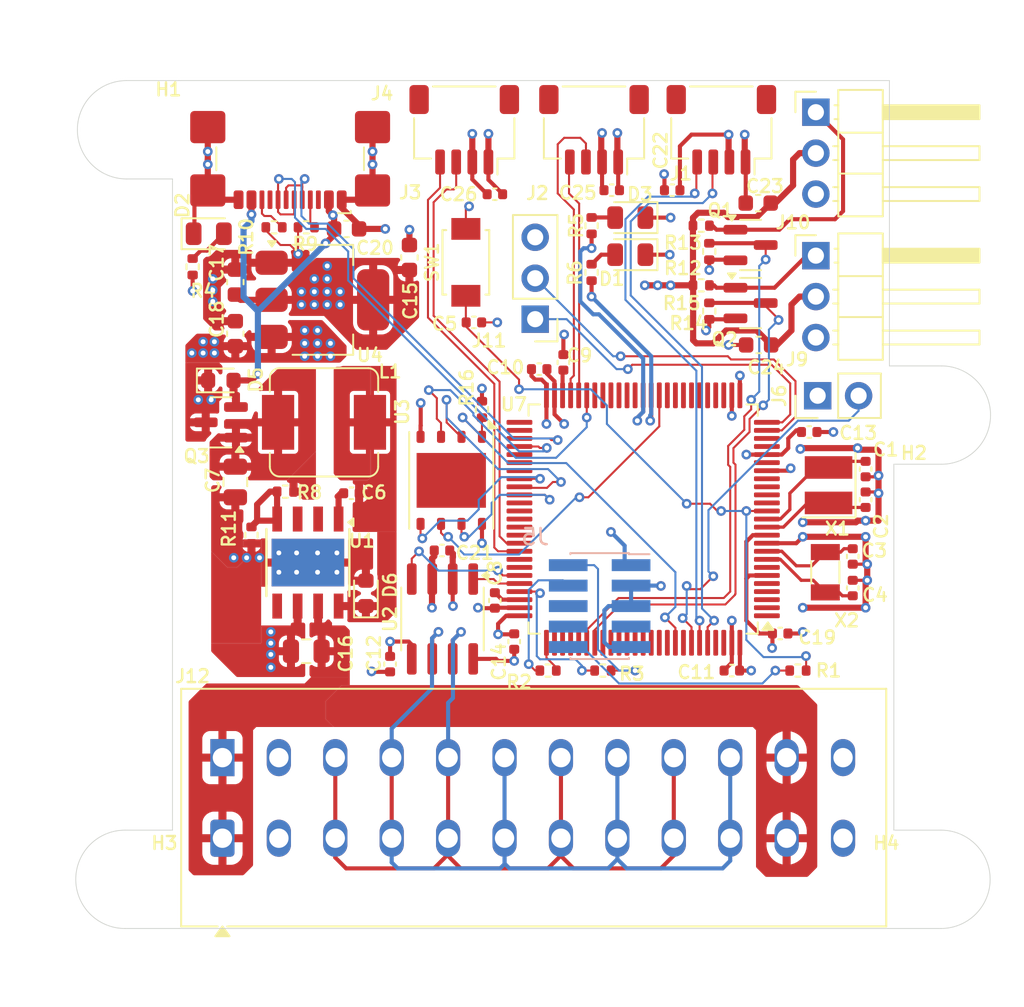
<source format=kicad_pcb>
(kicad_pcb (version 20241229) (generator "pcbnew") (generator_version "9.0")
  (layers (0 "F.Cu" signal) (4 "In1.Cu" signal) (6 "In2.Cu" signal) (2 "B.Cu" signal) (13 "F.Paste" user) (15 "B.Paste" user) (5 "F.SilkS" user "F.Silkscreen") (7 "B.SilkS" user "B.Silkscreen") (1 "F.Mask" user) (3 "B.Mask" user) (25 "Edge.Cuts" user))
  (net 0 "")
  (net 1 "GNDREF")
  (net 2 "Net-(U7-PH1)")
  (net 3 "Net-(U7-PH0)")
  (net 4 "Net-(U7-PC15)")
  (net 5 "Net-(U7-PC14)")
  (net 6 "NRST")
  (net 7 "Net-(D6-K)")
  (net 8 "Net-(U1-BOOT)")
  (net 9 "VDD_5V")
  (net 10 "VDD_3V3")
  (net 11 "VBAT_12V")
  (net 12 "Net-(D1-A)")
  (net 13 "Net-(D2-A)")
  (net 14 "Net-(D3-A)")
  (net 15 "VBUS_5V")
  (net 16 "I2C1_SDA")
  (net 17 "I2C1_SCL")
  (net 18 "I2C2_SCL")
  (net 19 "I2C2_SDA")
  (net 20 "I2C3_SCL")
  (net 21 "I2C3_SDA")
  (net 22 "Net-(J4-CC1)")
  (net 23 "OTG_HS_DP")
  (net 24 "Net-(J4-CC2)")
  (net 25 "OTG_HS_DM")
  (net 26 "Net-(J5-SWDIO{slash}TMS)")
  (net 28 "Net-(J5-~{RESET})")
  (net 31 "Net-(J5-SWCLK{slash}TCK)")
  (net 32 "CAN_H")
  (net 33 "CAN_L")
  (net 34 "DIO_1_5V")
  (net 35 "DIO_0_5V")
  (net 36 "DIO_0_3V3")
  (net 37 "DIO_1_3V3")
  (net 38 "SWCLK")
  (net 39 "SWDIO{slash}TMS")
  (net 40 "Net-(U1-VSENSE)")
  (net 44 "CAN_TX")
  (net 45 "CAN_RX")
  (net 46 "QSPI_IO2")
  (net 47 "QSPI_NCS")
  (net 48 "QSPI_IO0")
  (net 50 "QSPI_CLK")
  (net 51 "QSPI_IO1")
  (net 52 "QSPI_IO3")
  (net 60 "IO_LED3")
  (net 67 "IO_LED2")
  (net 80 "USART2_TX")
  (net 93 "USART2_RX")
  (net 106 "IO_LED1")
  (net 109 "Net-(Q3-D)")
  (net 113 "Net-(J6-Pin_2)")
  (net 114 "Net-(U7-VCAP_2)")
  (net 115 "Net-(U7-VCAP_1)")
  (footprint "Capacitor_SMD:C_0402_1005Metric" (layer "F.Cu") (at 168 86.7 -90)
    (property "Reference" "C2")
    (property "Value" "10pF")
  )
  (footprint "Capacitor_SMD:C_0402_1005Metric" (layer "F.Cu") (at 159.7 97.3 180)
    (property "Reference" "C11")
    (property "Value" "100nF")
  )
  (footprint "Capacitor_SMD:C_0402_1005Metric" (layer "F.Cu") (at 143.7 75.7)
    (property "Reference" "C5")
    (property "Value" "0.1uF")
  )
  (footprint "Resistor_SMD:R_0402_1005Metric" (layer "F.Cu") (at 158.3 71.3 90)
    (property "Reference" "R12")
    (property "Value" "10k")
  )
  (footprint "Capacitor_SMD:C_0402_1005Metric" (layer "F.Cu") (at 162.7 95)
    (property "Reference" "C19")
    (property "Value" "100nF")
  )
  (footprint "Package_SO:SOIC-8_3.9x4.9mm_P1.27mm" (layer "F.Cu") (at 141.75 94.1 -90)
    (property "Reference" "U2")
    (property "Value" "TCAN1042DRQ1")
    (property "VALUE" "Value" (hide yes))
  )
  (footprint "Resistor_SMD:R_0402_1005Metric" (layer "F.Cu") (at 144.2 81.1 -90)
    (property "Reference" "R16")
    (property "Value" "10k")
  )
  (footprint "Resistor_SMD:R_0402_1005Metric" (layer "F.Cu") (at 131.3 69.8 180)
    (property "Reference" "R10")
    (property "Value" "5.1k")
  )
  (footprint "Resistor_SMD:R_0402_1005Metric" (layer "F.Cu") (at 132 86.2 180)
    (property "Reference" "R8")
    (property "Value" "10k")
  )
  (footprint "MountingHole:MountingHole_2.7mm_M2.5" (layer "F.Cu") (at 172.675 110.25)
    (property "Reference" "H4")
    (property "Value" "MountingHole")
  )
  (footprint "lib:SW_TS-1088-AR02016" (layer "F.Cu") (at 143.2 71.975 -90)
    (property "Reference" "SW1")
    (property "Value" "NRST")
  )
  (footprint "Capacitor_SMD:C_0402_1005Metric" (layer "F.Cu") (at 136.1 86.3)
    (property "Reference" "C6")
    (property "Value" "10nF")
  )
  (footprint "LED_SMD:LED_0805_2012Metric" (layer "F.Cu") (at 153.4 71.5 180)
    (property "Reference" "D1")
    (property "Value" "LED")
  )
  (footprint "Package_TO_SOT_SMD:SOT-23" (layer "F.Cu") (at 160.8625 70.9)
    (property "Reference" "Q1")
    (property "Value" "NMOS")
  )
  (footprint "Diode_SMD:D_0603_1608Metric" (layer "F.Cu") (at 137 92.5125 90)
    (property "Reference" "D6")
    (property "Value" "D_Schottky")
  )
  (footprint "Capacitor_SMD:C_0402_1005Metric" (layer "F.Cu") (at 167.2 90.22 -90)
    (property "Reference" "C3")
    (property "Value" "2pF")
  )
  (footprint "Capacitor_SMD:C_0402_1005Metric" (layer "F.Cu") (at 145 67.75)
    (property "Reference" "C26")
    (property "Value" "100nF")
  )
  (footprint "Resistor_SMD:R_0402_1005Metric" (layer "F.Cu") (at 151 69.7 90)
    (property "Reference" "R5")
    (property "Value" "60")
  )
  (footprint "Package_TO_SOT_SMD:SOT-23" (layer "F.Cu") (at 128 81.9 180)
    (property "Reference" "Q3")
    (property "Value" "PMOS")
  )
  (footprint "Resistor_SMD:R_0402_1005Metric" (layer "F.Cu") (at 126.25 72.25 90)
    (property "Reference" "R4")
    (property "Value" "160")
  )
  (footprint "Resistor_SMD:R_0402_1005Metric" (layer "F.Cu") (at 129.9 88.9 -90)
    (property "Reference" "R11")
    (property "Value" "3.24k")
  )
  (footprint "Capacitor_SMD:C_0402_1005Metric" (layer "F.Cu") (at 149.25 78.18 90)
    (property "Reference" "C9")
    (property "Value" "2.2uF")
  )
  (footprint "Package_SO:TI_SO-PowerPAD-8_ThermalVias" (layer "F.Cu") (at 133.4 90.6 -90)
    (property "Reference" "U1")
    (property "Value" "TPS5430DDA")
  )
  (footprint "Capacitor_SMD:C_0402_1005Metric" (layer "F.Cu") (at 167.2 92.18 90)
    (property "Reference" "C4")
    (property "Value" "2pF")
  )
  (footprint "Capacitor_SMD:C_0402_1005Metric" (layer "F.Cu") (at 145 92.95 -90)
    (property "Reference" "C8")
    (property "Value" "2.2uF")
  )
  (footprint "Capacitor_SMD:C_0402_1005Metric" (layer "F.Cu") (at 147.75 78.6)
    (property "Reference" "C10")
    (property "Value" "100nF")
  )
  (footprint "Capacitor_SMD:C_0402_1005Metric" (layer "F.Cu") (at 168 84.8 90)
    (property "Reference" "C1")
    (property "Value" "10pF")
  )
  (footprint "Capacitor_SMD:C_0603_1608Metric" (layer "F.Cu") (at 139.7 71.675 90)
    (property "Reference" "C15")
    (property "Value" "4.7uF")
  )
  (footprint "Connector_PinHeader_2.54mm:PinHeader_1x02_P2.54mm_Vertical" (layer "F.Cu") (at 165.025 80.25 90)
    (property "Reference" "J6")
    (property "Value" "Conn_01x02")
  )
  (footprint "Resistor_SMD:R_0402_1005Metric" (layer "F.Cu") (at 158.3 75 90)
    (property "Reference" "R14")
    (property "Value" "10k")
  )
  (footprint "MountingHole:MountingHole_2.7mm_M2.5" (layer "F.Cu") (at 122.1 110.25)
    (property "Reference" "H3")
    (property "Value" "MountingHole")
  )
  (footprint "Capacitor_SMD:C_0603_1608Metric" (layer "F.Cu") (at 128.9 73.2 90)
    (property "Reference" "C17")
    (property "Value" "10uF")
  )
  (footprint "Capacitor_SMD:C_0402_1005Metric" (layer "F.Cu") (at 146.2 95.5 -90)
    (property "Reference" "C14")
    (property "Value" "100nF")
  )
  (footprint "Capacitor_SMD:C_0603_1608Metric" (layer "F.Cu") (at 161.3375 68.3 180)
    (property "Reference" "C23")
    (property "Value" "10uF")
  )
  (footprint "Capacitor_SMD:C_0603_1608Metric" (layer "F.Cu") (at 128.9 76.4 90)
    (property "Reference" "C18")
    (property "Value" "10uF")
  )
  (footprint "Connector_JST:JST_SH_SM04B-SRSS-TB_1x04-1MP_P1.00mm_Horizontal" (layer "F.Cu") (at 143.1 63.75 180)
    (property "Reference" "J3")
    (property "Value" "Conn_01x04")
  )
  (footprint "Capacitor_SMD:C_0402_1005Metric" (layer "F.Cu") (at 141.72 89.85)
    (property "Reference" "C21")
    (property "Value" "100nF")
  )
  (footprint "Resistor_SMD:R_0402_1005Metric" (layer "F.Cu") (at 163.8 97.3)
    (property "Reference" "R1")
    (property "Value" "22")
  )
  (footprint "TerminalBlock_WAGO:TerminalBlock_WAGO_2601-1112_1x12_P3.50mm_Horizontal" (layer "F.Cu") (at 128.1 107.7)
    (property "Reference" "J12")
    (property "Value" "Conn_01x12")
  )
  (footprint "Resistor_SMD:R_0402_1005Metric" (layer "F.Cu") (at 157.8 73.4)
    (property "Reference" "R15")
    (property "Value" "10k")
  )
  (footprint "Package_TO_SOT_SMD:SOT-23" (layer "F.Cu") (at 160.8625 74.5)
    (property "Reference" "Q2")
    (property "Value" "NMOS")
  )
  (footprint "Connector_PinHeader_2.54mm:PinHeader_1x03_P2.54mm_Horizontal" (layer "F.Cu") (at 164.915 62.66)
    (property "Reference" "J10")
    (property "Value" "Conn_01x03")
  )
  (footprint "Resistor_SMD:R_0402_1005Metric" (layer "F.Cu") (at 157.8 69.7)
    (property "Reference" "R13")
    (property "Value" "10k")
  )
  (footprint "Package_TO_SOT_SMD:SOT-223-3_TabPin2" (layer "F.Cu") (at 134.3 74.3)
    (property "Reference" "U4")
    (property "Value" "AZ1117-3.3")
  )
  (footprint "Capacitor_SMD:C_0402_1005Metric" (layer "F.Cu") (at 164.5 82.5)
    (property "Reference" "C13")
    (property "Value" "100nF")
  )
  (footprint "MountingHole:MountingHole_2.7mm_M2.5" (layer "F.Cu") (at 172.7 81.45)
    (property "Reference" "H2")
    (property "Value" "MountingHole")
  )
  (footprint "Capacitor_SMD:C_0805_2012Metric" (layer "F.Cu") (at 133.3 96.1 180)
    (property "Reference" "C16")
    (property "Value" "4.7uF")
  )
  (footprint "Resistor_SMD:R_0402_1005Metric" (layer "F.Cu") (at 148.3 97.3)
    (property "Reference" "R2")
    (property "Value" "22")
  )
  (footprint "LED_SMD:LED_0805_2012Metric" (layer "F.Cu") (at 153.4 69.2 180)
    (property "Reference" "D3")
    (property "Value" "LED")
  )
  (footprint "Connector_PinHeader_2.54mm:PinHeader_1x03_P2.54mm_Horizontal" (layer "F.Cu") (at 164.915 71.56)
    (property "Reference" "J9")
    (property "Value" "Conn_01x03")
  )
  (footprint "Capacitor_SMD:C_0402_1005Metric" (layer "F.Cu") (at 152.25 67.5)
    (property "Reference" "C25")
    (property "Value" "100nF")
  )
  (footprint "Crystal:Crystal_SMD_3225-2Pin_3.2x2.5mm" (layer "F.Cu") (at 165.725 85.8 90)
    (property "Reference" "X1")
    (property "Value" "8MHz")
  )
  (footprint "Resistor_SMD:R_0402_1005Metric" (layer "F.Cu") (at 151 72.6 90)
    (property "Reference" "R6")
    (property "Value" "160")
  )
  (footprint "Resistor_SMD:R_0402_1005Metric" (layer "F.Cu") (at 133.3 69.8 180)
    (property "Reference" "R9")
    (property "Value" "5.1k")
  )
  (footprint "Package_SON:WSON-8-1EP_6x5mm_P1.27mm_EP3.4x4.3mm" (layer "F.Cu") (at 142.295 85.5 -90)
    (property "Reference" "U3")
    (property "Value" "W25Q32JVZP")
  )
  (footprint "Capacitor_SMD:C_0805_2012Metric" (layer "F.Cu") (at 128.9 85.6 -90)
    (property "Reference" "C7")
    (property "Value" "220uF")
  )
  (footprint "Package_QFP:LQFP-100_14x14mm_P0.5mm" (layer "F.Cu") (at 154.2 87.9 180)
    (property "Reference" "U7")
    (property "Value" "STM32F722VETx")
  )
  (footprint "Resistor_SMD:R_0402_1005Metric" (layer "F.Cu") (at 151.7 97.3 180)
    (property "Reference" "R3")
    (property "Value" "22")
  )
  (footprint "Inductor_SMD:L_Sumida_CDMC6D28_7.25x6.5mm" (layer "F.Cu") (at 134.4 81.9 180)
    (property "Reference" "L1")
    (property "Value" "15uH")
  )
  (footprint "LED_SMD:LED_0805_2012Metric" (layer "F.Cu") (at 127.25 70.2)
    (property "Reference" "D2")
    (property "Value" "LED")
  )
  (footprint "Crystal:Crystal_SMD_3215-2Pin_3.2x1.5mm" (layer "F.Cu") (at 165.5 91.2 90)
    (property "Reference" "X2")
    (property "Value" "32.768KHz")
  )
  (footprint "MountingHole:MountingHole_2.7mm_M2.5" (layer "F.Cu") (at 122.15 63.75)
    (property "Reference" "H1")
    (property "Value" "MountingHole")
  )
  (footprint "Connector_JST:JST_SH_SM04B-SRSS-TB_1x04-1MP_P1.00mm_Horizontal" (layer "F.Cu") (at 151.15 63.75 180)
    (property "Reference" "J2")
    (property "Value" "Conn_01x04")
  )
  (footprint "Connector_USB:USB_C_Receptacle_GCT_USB4110" (layer "F.Cu") (at 132.3 64.41 180)
    (property "Reference" "J4")
    (property "Value" "USB_C_Receptacle_USB2.0_14P")
  )
  (footprint "Capacitor_SMD:C_0402_1005Metric" (layer "F.Cu") (at 156 67.5 180)
    (property "Reference" "C22")
    (property "Value" "100nF")
  )
  (footprint "Connector_PinHeader_2.54mm:PinHeader_1x03_P2.54mm_Vertical" (layer "F.Cu") (at 147.5 75.5 180)
    (property "Reference" "J11")
    (property "Value" "Conn_01x03")
  )
  (footprint "Diode_SMD:D_0603_1608Metric" (layer "F.Cu") (at 128 79.3)
    (property "Reference" "D5")
    (property "Value" "D_Schottky")
  )
  (footprint "Capacitor_SMD:C_0603_1608Metric" (layer "F.Cu") (at 135.8 69.9)
    (property "Reference" "C20")
    (property "Value" "4.7uF")
  )
  (footprint "Capacitor_SMD:C_0402_1005Metric" (layer "F.Cu") (at 138.5 96.9 -90)
    (property "Reference" "C12")
    (property "Value" "100nF")
  )
  (footprint "Capacitor_SMD:C_0603_1608Metric" (layer "F.Cu") (at 161.3625 77.1 180)
    (property "Reference" "C24")
    (property "Value" "10uF")
  )
  (footprint "Connector_JST:JST_SH_SM04B-SRSS-TB_1x04-1MP_P1.00mm_Horizontal" (layer "F.Cu") (at 159.05 63.75 180)
    (property "Reference" "J1")
    (property "Value" "Conn_01x04")
  )
  (footprint "Connector_PinHeader_1.27mm:PinHeader_2x05_P1.27mm_Vertical_SMD" (layer "B.Cu") (at 151.5 93.3 180)
    (property "Reference" "J5")
    (property "Value" "Conn_ARM_JTAG_SWD_10")
  )
  (gr_line (start 169.75 84.5) (end 169.75 107.2) (stroke (width 0.05)) (layer "Edge.Cuts"))
  (gr_line (start 125.4 60.7) (end 169.475 60.7) (stroke (width 0.05)) (layer "Edge.Cuts"))
  (gr_line (start 125.4 60.7) (end 122.15 60.7) (stroke (width 0.05)) (layer "Edge.Cuts"))
  (gr_line (start 169.475 78.4) (end 169.475 60.7) (stroke (width 0.05)) (layer "Edge.Cuts"))
  (gr_line (start 169.4 113.3) (end 125.4 113.3) (stroke (width 0.05)) (layer "Edge.Cuts"))
  (gr_line (start 125 107.2) (end 122.05 107.2) (stroke (width 0.05)) (layer "Edge.Cuts"))
  (gr_line (start 169.75 84.5) (end 172.7 84.5) (stroke (width 0.05)) (layer "Edge.Cuts"))
  (gr_line (start 125 66.8) (end 122.15 66.8) (stroke (width 0.05)) (layer "Edge.Cuts"))
  (gr_line (start 169.4 113.3) (end 172.675 113.3) (stroke (width 0.05)) (layer "Edge.Cuts"))
  (gr_line (start 169.75 107.2) (end 172.675 107.2) (stroke (width 0.05)) (layer "Edge.Cuts"))
  (gr_line (start 125.4 113.3) (end 122.05 113.3) (stroke (width 0.05)) (layer "Edge.Cuts"))
  (gr_arc (start 172.675 107.2) (mid 175.725 110.25) (end 172.675 113.3) (stroke (width 0.05)) (layer "Edge.Cuts"))
  (gr_line (start 169.475 78.4) (end 172.7 78.4) (stroke (width 0.05)) (layer "Edge.Cuts"))
  (gr_arc (start 122.15 66.8) (mid 119.1 63.75) (end 122.15 60.7) (stroke (width 0.05)) (layer "Edge.Cuts"))
  (gr_arc (start 172.7 78.4) (mid 175.75 81.45) (end 172.7 84.5) (stroke (width 0.05)) (layer "Edge.Cuts"))
  (gr_arc (start 122.05 113.3) (mid 119 110.25) (end 122.05 107.2) (stroke (width 0.05)) (layer "Edge.Cuts"))
  (gr_line (start 125 107.2) (end 125 66.8) (stroke (width 0.05)) (layer "Edge.Cuts"))
  (segment (start 146.2 96.7) (end 145.2 96.7) (width 0.254) (layer "F.Cu") (net 1))
  (segment (start 146.2 95.98) (end 146.2 96.7) (width 0.254) (layer "F.Cu") (net 1))
  (segment (start 139.7 70.9) (end 139.7 69.95) (width 0.381) (layer "F.Cu") (net 1))
  (segment (start 142.385 90.265) (end 142.385 91.625) (width 0.381) (layer "F.Cu") (net 1))
  (segment (start 168 89) (end 168 90.6) (width 0.381) (layer "F.Cu") (net 1))
  (segment (start 137.41 65.9) (end 137.41 65.1) (width 0.381) (layer "F.Cu") (net 1))
  (segment (start 132.8 71.5) (end 132.79 71.49) (width 0.127) (layer "F.Cu") (net 1))
  (segment (start 143.2 69.9) (end 143.2 68.7) (width 0.127) (layer "F.Cu") (net 1))
  (segment (start 154.3375 71.5) (end 155.85 71.5) (width 0.254) (layer "F.Cu") (net 1))
  (segment (start 137.41 67.515) (end 137.41 65.9) (width 0.381) (layer "F.Cu") (net 1))
  (segment (start 136.575 69.675) (end 136.575 69.9) (width 0.381) (layer "F.Cu") (net 1))
  (segment (start 138.5 97.38) (end 137.38 97.38) (width 0.254) (layer "F.Cu") (net 1))
  (segment (start 168.8 86.3) (end 168.8 87.8) (width 0.381) (layer "F.Cu") (net 1))
  (segment (start 167.7 88) (end 167.5 88) (width 0.381) (layer "F.Cu") (net 1))
  (segment (start 163.2 84.9) (end 163.35 84.75) (width 0.254) (layer "F.Cu") (net 1))
  (segment (start 130.79 69.8) (end 130.79 69.99) (width 0.127) (layer "F.Cu") (net 1))
  (segment (start 168.8 83.7) (end 168.7 83.6) (width 0.381) (layer "F.Cu") (net 1))
  (segment (start 148.7 81.4) (end 149.3 82) (width 0.254) (layer "F.Cu") (net 1))
  (segment (start 168.8 85.2) (end 168.8 83.8) (width 0.381) (layer "F.Cu") (net 1))
  (segment (start 130.79 69.99) (end 131.7 70.9) (width 0.127) (layer "F.Cu") (net 1))
  (segment (start 168 90.6) (end 168.1 90.7) (width 0.2) (layer "F.Cu") (net 1))
  (segment (start 159.7 96.804268) (end 159.22 97.284268) (width 0.254) (layer "F.Cu") (net 1))
  (segment (start 126.3625 70.3) (end 126.3625 68.3425) (width 0.254) (layer "F.Cu") (net 1))
  (segment (start 142.4 90.05) (end 142.4 90.25) (width 0.381) (layer "F.Cu") (net 1))
  (segment (start 167.3 83.5) (end 164 83.5) (width 0.381) (layer "F.Cu") (net 1))
  (segment (start 159.7 95.575) (end 159.7 94.2) (width 0.254) (layer "F.Cu") (net 1))
  (segment (start 145 93.43) (end 143.98 93.43) (width 0.254) (layer "F.Cu") (net 1))
  (segment (start 149.25 77.7) (end 149.25 76.5) (width 0.254) (layer "F.Cu") (net 1))
  (segment (start 160.5625 65.5625) (end 160.55 65.55) (width 0.254) (layer "F.Cu") (net 1))
  (segment (start 163.7 89.4) (end 164.1 89) (width 0.254) (layer "F.Cu") (net 1))
  (segment (start 168.62 85.28) (end 168 85.28) (width 0.2) (layer "F.Cu") (net 1))
  (segment (start 148.7 80.225) (end 148.7 81.4) (width 0.254) (layer "F.Cu") (net 1))
  (segment (start 146.525 93.4) (end 145.03 93.4) (width 0.254) (layer "F.Cu") (net 1))
  (segment (start 159.7 95.575) (end 159.7 96.804268) (width 0.254) (layer "F.Cu") (net 1))
  (segment (start 168.72 86.22) (end 168.8 86.3) (width 0.2) (layer "F.Cu") (net 1))
  (segment (start 167.5 88) (end 167.4 88.1) (width 0.381) (layer "F.Cu") (net 1))
  (segment (start 160.5875 77.1) (end 159.5 77.1) (width 0.254) (layer "F.Cu") (net 1))
  (segment (start 154.3375 69.2) (end 155.9 69.2) (width 0.254) (layer "F.Cu") (net 1))
  (segment (start 143.95 93.4) (end 143.98 93.43) (width 0.254) (layer "F.Cu") (net 1))
  (segment (start 152.65 67.42) (end 152.73 67.5) (width 0.254) (layer "F.Cu") (net 1))
  (segment (start 135.5 68.09) (end 135.5 68.6) (width 0.381) (layer "F.Cu") (net 1))
  (segment (start 168.8 83.8) (end 168.8 83.7) (width 0.381) (layer "F.Cu") (net 1))
  (segment (start 159.22 97.284268) (end 159.22 97.3) (width 0.254) (layer "F.Cu") (net 1))
  (segment (start 148.23 78.882992) (end 148.23 78.6) (width 0.254) (layer "F.Cu") (net 1))
  (segment (start 168 86.22) (end 168.72 86.22) (width 0.2) (layer "F.Cu") (net 1))
  (segment (start 152.65 65.75) (end 152.65 67.42) (width 0.254) (layer "F.Cu") (net 1))
  (segment (start 164.1 93.4) (end 168 93.4) (width 0.381) (layer "F.Cu") (net 1))
  (segment (start 132.79 71.45) (end 132.79 71.49) (width 0.127) (layer "F.Cu") (net 1))
  (segment (start 163.95 83.55) (end 163.9 83.6) (width 0.2) (layer "F.Cu") (net 1))
  (segment (start 127.765 68.09) (end 127.19 67.515) (width 0.381) (layer "F.Cu") (net 1))
  (segment (start 127.19 65.9) (end 127.19 65.6) (width 0.381) (layer "F.Cu") (net 1))
  (segment (start 126.3625 68.3425) (end 127.19 67.515) (width 0.254) (layer "F.Cu") (net 1))
  (segment (start 142.4 90.25) (end 142.385 90.265) (width 0.381) (layer "F.Cu") (net 1))
  (segment (start 143.2 68.7) (end 143.4 68.5) (width 0.127) (layer "F.Cu") (net 1))
  (segment (start 167.5 83.5) (end 167.3 83.5) (width 0.2) (layer "F.Cu") (net 1))
  (segment (start 136.575 69.9) (end 138.2 69.9) (width 0.381) (layer "F.Cu") (net 1))
  (segment (start 145.48 67.73) (end 145.48 67.75) (width 0.254) (layer "F.Cu") (net 1))
  (segment (start 168.8 87.8) (end 168.8 88) (width 0.381) (layer "F.Cu") (net 1))
  (segment (start 164.1 89) (end 168 89) (width 0.381) (layer "F.Cu") (net 1))
  (segment (start 155.52 67.5) (end 155.52 66.52) (width 0.254) (layer "F.Cu") (net 1))
  (segment (start 140.4 82.1) (end 140.39 82.11) (width 0.254) (layer "F.Cu") (net 1))
  (segment (start 163.18 95) (end 164 95) (width 0.254) (layer "F.Cu") (net 1))
  (segment (start 168 91.8) (end 168.1 91.7) (width 0.2) (layer "F.Cu") (net 1))
  (segment (start 152.6 66.1) (end 152.6 63.95) (width 0.381) (layer "F.Cu") (net 1))
  (segment (start 160.5 66) (end 160.5 64.05) (width 0.381) (layer "F.Cu") (net 1))
  (segment (start 160.2 80.225) (end 160.2 79) (width 0.254) (layer "F.Cu") (net 1))
  (segment (start 135.5 68.09) (end 136.835 68.09) (width 0.381) (layer "F.Cu") (net 1))
  (segment (start 168.7 83.6) (end 167.6 83.6) (width 0.381) (layer "F.Cu") (net 1))
  (segment (start 145.2 96.7) (end 145.075 96.575) (width 0.254) (layer "F.Cu") (net 1))
  (segment (start 127.19 65.6) (end 127.19 65.1) (width 0.381) (layer "F.Cu") (net 1))
  (segment (start 167.4 88.1) (end 164.1 88.1) (width 0.381) (layer "F.Cu") (net 1))
  (segment (start 132.79 69.8) (end 132.79 71.45) (width 0.127) (layer "F.Cu") (net 1))
  (segment (start 145.03 93.4) (end 145 93.43) (width 0.254) (layer "F.Cu") (net 1))
  (segment (start 137.41 65.1) (end 137.41 63.585) (width 0.381) (layer "F.Cu") (net 1))
  (segment (start 127.19 65.1) (end 127.19 63.585) (width 0.381) (layer "F.Cu") (net 1))
  (segment (start 140.4 80.7) (end 140.4 82.1) (width 0.254) (layer "F.Cu") (net 1))
  (segment (start 137.38 97.38) (end 137.35 97.35) (width 0.254) (layer "F.Cu") (net 1))
  (segment (start 167.6 83.6) (end 167.5 83.5) (width 0.2) (layer "F.Cu") (net 1))
  (segment (start 149.25 76.5) (end 149.3 76.45) (width 0.254) (layer "F.Cu") (net 1))
  (segment (start 164 95) (end 164.1 94.9) (width 0.254) (layer "F.Cu") (net 1))
  (segment (start 146.22 95.98) (end 146.2 95.98) (width 0.254) (layer "F.Cu") (net 1))
  (segment (start 160.5625 68.3) (end 160.5625 65.5625) (width 0.254) (layer "F.Cu") (net 1))
  (segment (start 168 93.4) (end 168 91.8) (width 0.381) (layer "F.Cu") (net 1))
  (segment (start 142.2 89.85) (end 142.4 90.05) (width 0.381) (layer "F.Cu") (net 1))
  (segment (start 135.5 68.6) (end 136.575 69.675) (width 0.381) (layer "F.Cu") (net 1))
  (segment (start 142.385 93.285) (end 142.4 93.3) (width 0.254) (layer "F.Cu") (net 1))
  (segment (start 168.1 91.7) (end 168.1 90.7) (width 0.381) (layer "F.Cu") (net 1))
  (segment (start 164.98 82.5) (end 166 82.5) (width 0.254) (layer "F.Cu") (net 1))
  (segment (start 131.7 70.9) (end 132.3 70.9) (width 0.127) (layer "F.Cu") (net 1))
  (segment (start 168.7 85.2) (end 168.62 85.28) (width 0.2) (layer "F.Cu") (net 1))
  (segment (start 167.2 90.7) (end 168.1 90.7) (width 0.2) (layer "F.Cu") (net 1))
  (segment (start 167.2 91.7) (end 168.1 91.7) (width 0.2) (layer "F.Cu") (net 1))
  (segment (start 168.8 86.3) (end 168.8 85.2) (width 0.381) (layer "F.Cu") (net 1))
  (segment (start 168.8 85.2) (end 168.7 85.2) (width 0.2) (layer "F.Cu") (net 1))
  (segment (start 144.18 75.7) (end 145.15 75.7) (width 0.127) (layer "F.Cu") (net 1))
  (segment (start 145.075 96.575) (end 143.655 96.575) (width 0.254) (layer "F.Cu") (net 1))
  (segment (start 129.1 68.09) (end 127.765 68.09) (width 0.381) (layer "F.Cu") (net 1))
  (segment (start 142.385 91.625) (end 142.385 93.285) (width 0.254) (layer "F.Cu") (net 1))
  (segment (start 136.835 68.09) (end 137.41 67.515) (width 0.381) (layer "F.Cu") (net 1))
  (segment (start 168.8 88) (end 168 88) (width 0.381) (layer "F.Cu") (net 1))
  (segment (start 161.875 84.9) (end 163.2 84.9) (width 0.254) (layer "F.Cu") (net 1))
  (segment (start 148.7 80.225) (end 148.7 79.352992) (width 0.254) (layer "F.Cu") (net 1))
  (segment (start 144.6 66.85) (end 145.48 67.73) (width 0.254) (layer "F.Cu") (net 1))
  (segment (start 144.6 65.75) (end 144.6 66.85) (width 0.254) (layer "F.Cu") (net 1))
  (segment (start 132.79 71.39) (end 132.79 71.49) (width 0.127) (layer "F.Cu") (net 1))
  (segment (start 148.2 78.62) (end 148.22 78.6) (width 0.254) (layer "F.Cu") (net 1))
  (segment (start 144.6 66.1) (end 144.6 64) (width 0.381) (layer "F.Cu") (net 1))
  (segment (start 148.7 79.352992) (end 148.23 78.882992) (width 0.254) (layer "F.Cu") (net 1))
  (segment (start 127.19 67.515) (end 127.19 65.9) (width 0.381) (layer "F.Cu") (net 1))
  (segment (start 168 88) (end 167.7 88) (width 0.2) (layer "F.Cu") (net 1))
  (segment (start 161.875 89.4) (end 163.7 89.4) (width 0.254) (layer "F.Cu") (net 1))
  (segment (start 155.5 66.5) (end 155.52 66.52) (width 0.254) (layer "F.Cu") (net 1))
  (segment (start 164 83.5) (end 163.95 83.55) (width 0.2) (layer "F.Cu") (net 1))
  (segment (start 132.3 70.9) (end 132.79 71.39) (width 0.127) (layer "F.Cu") (net 1))
  (segment (start 140.39 82.11) (end 140.39 82.8) (width 0.254) (layer "F.Cu") (net 1))
  (via (at 159.7 94.2) (size 0.6) (drill 0.3) (layers "F.Cu" "B.Cu") (net 1))
  (via (at 144.6 64) (size 0.6) (drill 0.3) (layers "F.Cu" "B.Cu") (net 1))
  (via (at 149.3 82) (size 0.6) (drill 0.3) (layers "F.Cu" "B.Cu") (net 1))
  (via (at 130.4 90.3) (size 0.6) (drill 0.3) (layers "F.Cu" "B.Cu") (net 1))
  (via (at 168.8 85.2) (size 0.6) (drill 0.3) (layers "F.Cu" "B.Cu") (net 1))
  (via (at 143.4 68.5) (size 0.6) (drill 0.3) (layers "F.Cu" "B.Cu") (net 1))
  (via (at 164.1 89) (size 0.6) (drill 0.3) (layers "F.Cu" "B.Cu") (net 1))
  (via (at 127.19 65.1) (size 0.6) (drill 0.3) (layers "F.Cu" "B.Cu") (net 1))
  (via (at 168 88) (size 0.6) (drill 0.3) (layers "F.Cu" "B.Cu") (net 1))
  (via (at 168 93.4) (size 0.6) (drill 0.3) (layers "F.Cu" "B.Cu") (net 1))
  (via (at 168.8 86.3) (size 0.6) (drill 0.3) (layers "F.Cu" "B.Cu") (net 1))
  (via (at 168.1 90.7) (size 0.6) (drill 0.3) (layers "F.Cu" "B.Cu") (net 1))
  (via (at 127.5 73.7) (size 0.6) (drill 0.3) (layers "F.Cu" "B.Cu") (net 1))
  (via (at 129.6 90.3) (size 0.6) (drill 0.3) (layers "F.Cu" "B.Cu") (net 1))
  (via (at 164.1 88.1) (size 0.6) (drill 0.3) (layers "F.Cu" "B.Cu") (net 1))
  (via (at 164.1 94.9) (size 0.6) (drill 0.3) (layers "F.Cu" "B.Cu") (net 1))
  (via (at 137.41 65.9) (size 0.6) (drill 0.3) (layers "F.Cu" "B.Cu") (net 1))
  (via (at 155.5 66.5) (size 0.6) (drill 0.3) (layers "F.Cu" "B.Cu") (net 1))
  (via (at 163.95 83.55) (size 0.6) (drill 0.3) (layers "F.Cu" "B.Cu") (net 1))
  (via (at 160.5 64.05) (size 0.6) (drill 0.3) (layers "F.Cu" "B.Cu") (net 1))
  (via (at 131.1 94.9) (size 0.6) (drill 0.3) (layers "F.Cu" "B.Cu") (net 1))
  (via (at 167.5 83.5) (size 0.6) (drill 0.3) (layers "F.Cu" "B.Cu") (net 1))
  (via (at 166 82.5) (size 0.6) (drill 0.3) (layers "F.Cu" "B.Cu") (net 1))
  (via (at 137.41 65.1) (size 0.6) (drill 0.3) (layers "F.Cu" "B.Cu") (net 1))
  (via (at 131.1 96.3) (size 0.6) (drill 0.3) (layers "F.Cu" "B.Cu") (net 1))
  (via (at 155.3 92.05) (size 0.6) (drill 0.3) (layers "F.Cu" "B.Cu") (net 1))
  (via (at 155.85 71.5) (size 0.6) (drill 0.3) (layers "F.Cu" "B.Cu") (net 1))
  (via (at 160.2 79) (size 0.6) (drill 0.3) (layers "F.Cu" "B.Cu") (net 1))
  (via (at 149.3 76.45) (size 0.6) (drill 0.3) (layers "F.Cu" "B.Cu") (net 1))
  (via (at 164.1 93.4) (size 0.6) (drill 0.3) (layers "F.Cu" "B.Cu") (net 1))
  (via (at 142.4 93.3) (size 0.6) (drill 0.3) (layers "F.Cu" "B.Cu") (net 1))
  (via (at 145.15 75.7) (size 0.6) (drill 0.3) (layers "F.Cu" "B.Cu") (net 1))
  (via (at 132.79 71.45) (size 0.6) (drill 0.3) (layers "F.Cu" "B.Cu") (net 1))
  (via (at 159.5 77.1) (size 0.6) (drill 0.3) (layers "F.Cu" "B.Cu") (net 1))
  (via (at 168 89) (size 0.6) (drill 0.3) (layers "F.Cu" "B.Cu") (net 1))
  (via (at 131.1 97.1) (size 0.6) (drill 0.3) (layers "F.Cu" "B.Cu") (net 1))
  (via (at 127.5 73) (size 0.6) (drill 0.3) (layers "F.Cu" "B.Cu") (net 1))
  (via (at 152.6 63.95) (size 0.6) (drill 0.3) (layers "F.Cu" "B.Cu") (net 1))
  (via (at 137.35 97.35) (size 0.6) (drill 0.3) (layers "F.Cu" "B.Cu") (net 1))
  (via (at 128.8 90.3) (size 0.6) (drill 0.3) (layers "F.Cu" "B.Cu") (net 1))
  (via (at 127.5 74.4) (size 0.6) (drill 0.3) (layers "F.Cu" "B.Cu") (net 1))
  (via (at 143.95 93.4) (size 0.6) (drill 0.3) (layers "F.Cu" "B.Cu") (net 1))
  (via (at 138.2 69.9) (size 0.6) (drill 0.3) (layers "F.Cu" "B.Cu") (net 1))
  (via (at 131.1 95.6) (size 0.6) (drill 0.3) (layers "F.Cu" "B.Cu") (net 1))
  (via (at 163.35 84.75) (size 0.6) (drill 0.3) (layers "F.Cu" "B.Cu") (net 1))
  (via (at 146.2 96.7) (size 0.6) (drill 0.3) (layers "F.Cu" "B.Cu") (net 1))
  (via (at 127.19 65.9) (size 0.6) (drill 0.3) (layers "F.Cu" "B.Cu") (net 1))
  (via (at 168.1 91.7) (size 0.6) (drill 0.3) (layers "F.Cu" "B.Cu") (net 1))
  (via (at 155.9 69.2) (size 0.6) (drill 0.3) (layers "F.Cu" "B.Cu") (net 1))
  (via (at 140.4 80.7) (size 0.6) (drill 0.3) (layers "F.Cu" "B.Cu") (net 1))
  (via (at 139.7 69.95) (size 0.6) (drill 0.3) (layers "F.Cu" "B.Cu") (net 1))
  (segment (start 152.05 93.3) (end 151.7915 93.5585) (width 0.254) (layer "B.Cu") (net 1))
  (segment (start 153.45 92.03) (end 153.45 93.3) (width 0.254) (layer "B.Cu") (net 1))
  (segment (start 151.7915 93.5585) (end 151.7915 95.5415) (width 0.254) (layer "B.Cu") (net 1))
  (segment (start 155.3 92.05) (end 155.28 92.03) (width 0.254) (layer "B.Cu") (net 1))
  (segment (start 153.45 92.03) (end 155.28 92.03) (width 0.254) (layer "B.Cu") (net 1))
  (segment (start 153.45 93.3) (end 152.05 93.3) (width 0.254) (layer "B.Cu") (net 1))
  (segment (start 152.09 95.84) (end 153.45 95.84) (width 0.254) (layer "B.Cu") (net 1))
  (segment (start 151.7915 95.5415) (end 152.09 95.84) (width 0.254) (layer "B.Cu") (net 1))
  (segment (start 166.08 84.32) (end 165.7 84.7) (width 0.2) (layer "F.Cu") (net 2))
  (segment (start 163.3 87.308824) (end 162.708824 87.9) (width 0.2) (layer "F.Cu") (net 2))
  (segment (start 162.708824 87.9) (end 161.875 87.9) (width 0.2) (layer "F.Cu") (net 2))
  (segment (start 163.3 86.3) (end 163.3 87.308824) (width 0.2) (layer "F.Cu") (net 2))
  (segment (start 165.7 84.7) (end 164.9 84.7) (width 0.2) (layer "F.Cu") (net 2))
  (segment (start 164.9 84.7) (end 163.3 86.3) (width 0.2) (layer "F.Cu") (net 2))
  (segment (start 168 84.32) (end 166.08 84.32) (width 0.2) (layer "F.Cu") (net 2))
  (segment (start 165.98 87.18) (end 165.7 86.9) (width 0.2) (layer "F.Cu") (net 3))
  (segment (start 162.9 88.4) (end 161.875 88.4) (width 0.2) (layer "F.Cu") (net 3))
  (segment (start 168 87.18) (end 165.98 87.18) (width 0.2) (layer "F.Cu") (net 3))
  (segment (start 165.7 86.9) (end 164.4 86.9) (width 0.2) (layer "F.Cu") (net 3))
  (segment (start 164.4 86.9) (end 162.9 88.4) (width 0.2) (layer "F.Cu") (net 3))
  (segment (start 164.65 90.8) (end 165.5 89.95) (width 0.2) (layer "F.Cu") (net 4))
  (segment (start 165.5 89.95) (end 166.45 89.95) (width 0.2) (layer "F.Cu") (net 4))
  (segment (start 163.7 90.8) (end 164.65 90.8) (width 0.2) (layer "F.Cu") (net 4))
  (segment (start 166.66 89.74) (end 167.2 89.74) (width 0.2) (layer "F.Cu") (net 4))
  (segment (start 162.8 89.9) (end 163.7 90.8) (width 0.2) (layer "F.Cu") (net 4))
  (segment (start 161.875 89.9) (end 162.8 89.9) (width 0.2) (layer "F.Cu") (net 4))
  (segment (start 166.45 89.95) (end 166.66 89.74) (width 0.2) (layer "F.Cu") (net 4))
  (segment (start 162.708824 90.4) (end 164 91.691176) (width 0.2) (layer "F.Cu") (net 5))
  (segment (start 161.875 90.4) (end 162.708824 90.4) (width 0.2) (layer "F.Cu") (net 5))
  (segment (start 164.75 91.7) (end 165.5 92.45) (width 0.2) (layer "F.Cu") (net 5))
  (segment (start 166.56 92.66) (end 167.2 92.66) (width 0.2) (layer "F.Cu") (net 5))
  (segment (start 164 91.7) (end 164.75 91.7) (width 0.2) (layer "F.Cu") (net 5))
  (segment (start 164 91.691176) (end 164 91.7) (width 0.2) (layer "F.Cu") (net 5))
  (segment (start 165.5 92.45) (end 166.35 92.45) (width 0.2) (layer "F.Cu") (net 5))
  (segment (start 166.35 92.45) (end 166.56 92.66) (width 0.2) (layer "F.Cu") (net 5))
  (segment (start 143.22 75.97) (end 146.5 79.25) (width 0.127) (layer "F.Cu") (net 6))
  (segment (start 143.2 74.05) (end 143.2 75.68) (width 0.127) (layer "F.Cu") (net 6))
  (segment (start 158.35 86.95) (end 156.9 86.95) (width 0.127) (layer "F.Cu") (net 6))
  (segment (start 143.2 75.68) (end 143.22 75.7) (width 0.127) (layer "F.Cu") (net 6))
  (segment (start 160.6 87.4) (end 161.875 87.4) (width 0.127) (layer "F.Cu") (net 6))
  (segment (start 146.5 79.25) (end 146.5 79.85) (width 0.127) (layer "F.Cu") (net 6))
  (segment (start 164.31 97.3) (end 164.31 96.41) (width 0.127) (layer "F.Cu") (net 6))
  (segment (start 143.22 75.7) (end 143.22 75.97) (width 0.127) (layer "F.Cu") (net 6))
  (segment (start 164.3 96.4) (end 164.31 96.41) (width 0.127) (layer "F.Cu") (net 6))
  (segment (start 158.8 87.4) (end 158.35 86.95) (width 0.127) (layer "F.Cu") (net 6))
  (segment (start 159.0365 87.4) (end 158.8 87.4) (width 0.127) (layer "F.Cu") (net 6))
  (via (at 146.5 79.85) (size 0.6) (drill 0.3) (layers "F.Cu" "B.Cu") (net 6))
  (via (at 159.0365 87.4) (size 0.6) (drill 0.3) (layers "F.Cu" "B.Cu") (net 6))
  (via (at 164.3 96.4) (size 0.6) (drill 0.3) (layers "F.Cu" "B.Cu") (net 6))
  (via (at 156.9 86.95) (size 0.6) (drill 0.3) (layers "F.Cu" "B.Cu") (net 6))
  (via (at 160.6 87.4) (size 0.6) (drill 0.3) (layers "F.Cu" "B.Cu") (net 6))
  (segment (start 150.95 79.85) (end 151.5 80.4) (width 0.127) (layer "B.Cu") (net 6))
  (segment (start 151.95 82) (end 156.9 86.95) (width 0.127) (layer "B.Cu") (net 6))
  (segment (start 164.3 96.4) (end 164.2355 96.4645) (width 0.127) (layer "B.Cu") (net 6))
  (segment (start 164.2355 96.4645) (end 161.6645 96.4645) (width 0.127) (layer "B.Cu") (net 6))
  (segment (start 161.6645 96.4645) (end 161.2 96) (width 0.127) (layer "B.Cu") (net 6))
  (segment (start 161.2 96) (end 160.6 95.4) (width 0.127) (layer "B.Cu") (net 6))
  (segment (start 146.5 79.85) (end 150.95 79.85) (width 0.127) (layer "B.Cu") (net 6))
  (segment (start 151.95 80.85) (end 151.95 82) (width 0.127) (layer "B.Cu") (net 6))
  (segment (start 159.0365 87.4) (end 160.6 87.4) (width 0.127) (layer "B.Cu") (net 6))
  (segment (start 151.5 80.4) (end 151.95 80.85) (width 0.127) (layer "B.Cu") (net 6))
  (segment (start 160.6 95.4) (end 160.6 87.4) (width 0.127) (layer "B.Cu") (net 6))
  (segment (start 135.25 86.5) (end 135.305 86.555) (width 0.381) (layer "F.Cu") (net 8))
  (segment (start 135.62 86.3) (end 135.45 86.3) (width 0.381) (layer "F.Cu") (net 8))
  (segment (start 135.45 86.3) (end 135.25 86.5) (width 0.381) (layer "F.Cu") (net 8))
  (segment (start 135.305 86.555) (end 135.305 87.9) (width 0.381) (layer "F.Cu") (net 8))
  (segment (start 162.5 77.1) (end 163.4 76.2) (width 0.381) (layer "F.Cu") (net 9))
  (segment (start 163.9 65.2) (end 164.915 65.2) (width 0.381) (layer "F.Cu") (net 9))
  (segment (start 161.246 69.1665) (end 162.1125 68.3) (width 0.381) (layer "F.Cu") (net 9))
  (segment (start 157.29 73.4) (end 157.3 73.41) (width 0.381) (layer "F.Cu") (net 9))
  (segment (start 163.4 76.2) (end 163.4 74.6) (width 0.381) (layer "F.Cu") (net 9))
  (segment (start 163.9 74.1) (end 164.915 74.1) (width 0.381) (layer "F.Cu") (net 9))
  (segment (start 163.4 74.6) (end 163.9 74.1) (width 0.381) (layer "F.Cu") (net 9))
  (segment (start 159.2 68.9) (end 159.4665 69.1665) (width 0.381) (layer "F.Cu") (net 9))
  (segment (start 162.1375 77.1) (end 162.5 77.1) (width 0.381) (layer "F.Cu") (net 9))
  (segment (start 159.4665 69.1665) (end 161.246 69.1665) (width 0.381) (layer "F.Cu") (net 9))
  (segment (start 141.24 90.21) (end 141.1 90.35) (width 0.381) (layer "F.Cu") (net 9))
  (segment (start 155.9 73.4) (end 157.29 73.4) (width 0.381) (layer "F.Cu") (net 9))
  (segment (start 157.29 69.7) (end 157.29 69.21) (width 0.381) (layer "F.Cu") (net 9))
  (segment (start 141.1 90.35) (end 141.115 90.365) (width 0.381) (layer "F.Cu") (net 9))
  (segment (start 141.1 91.64) (end 141.115 91.625) (width 0.381) (layer "F.Cu") (net 9))
  (segment (start 162.4 68.3) (end 163.5 67.2) (width 0.381) (layer "F.Cu") (net 9))
  (segment (start 154.3 73.4) (end 155.9 73.4) (width 0.381) (layer "F.Cu") (net 9))
  (segment (start 162.1125 68.3) (end 162.4 68.3) (width 0.381) (layer "F.Cu") (net 9))
  (segment (start 161.2375 76.2) (end 162.1375 77.1) (width 0.381) (layer "F.Cu") (net 9))
  (segment (start 141.24 89.85) (end 141.24 90.21) (width 0.381) (layer "F.Cu") (net 9))
  (segment (start 157.5 77) (end 158.55 77) (width 0.381) (layer "F.Cu") (net 9))
  (segment (start 163.5 67.2) (end 163.5 65.6) (width 0.381) (layer "F.Cu") (net 9))
  (segment (start 141.1 93.4) (end 141.1 91.64) (width 0.381) (layer "F.Cu") (net 9))
  (segment (start 159.35 76.2) (end 161.2375 76.2) (width 0.381) (layer "F.Cu") (net 9))
  (segment (start 158.55 77) (end 159.35 76.2) (width 0.381) (layer "F.Cu") (net 9))
  (segment (start 141.115 90.365) (end 141.115 91.625) (width 0.381) (layer "F.Cu") (net 9))
  (segment (start 163.5 65.6) (end 163.9 65.2) (width 0.381) (layer "F.Cu") (net 9))
  (segment (start 157.6 68.9) (end 159.2 68.9) (width 0.381) (layer "F.Cu") (net 9))
  (segment (start 157.3 76.8) (end 157.5 77) (width 0.381) (layer "F.Cu") (net 9))
  (segment (start 157.3 73.41) (end 157.3 76.8) (width 0.381) (layer "F.Cu") (net 9))
  (segment (start 157.29 69.21) (end 157.6 68.9) (width 0.381) (layer "F.Cu") (net 9))
  (segment (start 157.29 73.4) (end 157.29 69.7) (width 0.381) (layer "F.Cu") (net 9))
  (via (at 133.2 76.2) (size 0.6) (drill 0.3) (layers "F.Cu" "B.Cu") (net 9))
  (via (at 126.2 77.6) (size 0.6) (drill 0.3) (layers "F.Cu" "B.Cu") (net 9))
  (via (at 154.3 73.4) (size 0.6) (drill 0.3) (layers "F.Cu" "B.Cu") (net 9))
  (via (at 134 77.8) (size 0.6) (drill 0.3) (layers "F.Cu" "B.Cu") (net 9))
  (via (at 126.9 76.9) (size 0.6) (drill 0.3) (layers "F.Cu" "B.Cu") (net 9))
  (via (at 134.8 77.8) (size 0.6) (drill 0.3) (layers "F.Cu" "B.Cu") (net 9))
  (via (at 126.9 77.6) (size 0.6) (drill 0.3) (layers "F.Cu" "B.Cu") (net 9))
  (via (at 133.2 77) (size 0.6) (drill 0.3) (layers "F.Cu" "B.Cu") (net 9))
  (via (at 127.6 76.9) (size 0.6) (drill 0.3) (layers "F.Cu" "B.Cu") (net 9))
  (via (at 141.1 93.4) (size 0.6) (drill 0.3) (layers "F.Cu" "B.Cu") (net 9))
  (via (at 127.6 77.6) (size 0.6) (drill 0.3) (layers "F.Cu" "B.Cu") (net 9))
  (via (at 127.4 80.5) (size 0.6) (drill 0.3) (layers "F.Cu" "B.Cu") (net 9))
  (via (at 134.8 77) (size 0.6) (drill 0.3) (layers "F.Cu" "B.Cu") (net 9))
  (via (at 155.9 73.4) (size 0.6) (drill 0.3) (layers "F.Cu" "B.Cu") (net 9))
  (via (at 134 77) (size 0.6) (drill 0.3) (layers "F.Cu" "B.Cu") (net 9))
  (via (at 134 76.2) (size 0.6) (drill 0.3) (layers "F.Cu" "B.Cu") (net 9))
  (via (at 155.1 73.4) (size 0.6) (drill 0.3) (layers "F.Cu" "B.Cu") (net 9))
  (via (at 126.6 80.5) (size 0.6) (drill 0.3) (layers "F.Cu" "B.Cu") (net 9))
  (via (at 133.2 77.8) (size 0.6) (drill 0.3) (layers "F.Cu" "B.Cu") (net 9))
  (segment (start 160.2 95.575) (end 160.2 97.28) (width 0.254) (layer "F.Cu") (net 10))
  (segment (start 143.6 66.1) (end 143.6 64) (width 0.381) (layer "F.Cu") (net 10))
  (segment (start 159.865 75.51) (end 159.925 75.45) (width 0.254) (layer "F.Cu") (net 10))
  (segment (start 131.15 74.3) (end 129.225 74.3) (width 0.381) (layer "F.Cu") (net 10))
  (segment (start 158.3 76) (end 158.1 76.2) (width 0.254) (layer "F.Cu") (net 10))
  (segment (start 160.6 91.6) (end 160.6 94.2) (width 0.254) (layer "F.Cu") (net 10))
  (segment (start 156.48 67.5) (end 156.48 64.77) (width 0.254) (layer "F.Cu") (net 10))
  (segment (start 144.2 89.4) (end 144.2 88.2) (width 0.254) (layer "F.Cu") (net 10))
  (segment (start 158.3 71.81) (end 158.3 72.45) (width 0.254) (layer "F.Cu") (net 10))
  (segment (start 145.7 93.9) (end 145.2 94.4) (width 0.254) (layer "F.Cu") (net 10))
  (segment (start 148.2 80.225) (end 148.2 82) (width 0.254) (layer "F.Cu") (net 10))
  (segment (start 159.5 66) (end 159.5 64.05) (width 0.381) (layer "F.Cu") (net 10))
  (segment (start 147.9 79.25) (end 147.5 79.25) (width 0.254) (layer "F.Cu") (net 10))
  (segment (start 146.17 95.05) (end 146.2 95.02) (width 0.254) (layer "F.Cu") (net 10))
  (segment (start 161.875 91.4) (end 160.8 91.4) (width 0.254) (layer "F.Cu") (net 10))
  (segment (start 162.8 83.9) (end 163.2 83.5) (width 0.254) (layer "F.Cu") (net 10))
  (segment (start 147.5 79.25) (end 147.27 79.02) (width 0.254) (layer "F.Cu") (net 10))
  (segment (start 158.3 71.81) (end 159.885 71.81) (width 0.254) (layer "F.Cu") (net 10))
  (segment (start 147.27 79.02) (end 147.27 78.6) (width 0.254) (layer "F.Cu") (net 10))
  (segment (start 148.2 80.225) (end 148.2 79.55) (width 0.254) (layer "F.Cu") (net 10))
  (segment (start 139.65 95.5) (end 138.5 95.5) (width 0.254) (layer "F.Cu") (net 10))
  (segment (start 163.7 82.4) (end 163.82 82.4) (width 0.254) (layer "F.Cu") (net 10))
  (segment (start 161.002992 88.9) (end 160.6 89.302992) (width 0.254) (layer "F.Cu") (net 10))
  (segment (start 138.5 95.5) (end 138.5 96.42) (width 0.254) (layer "F.Cu") (net 10))
  (segment (start 161.875 83.9) (end 160.6 83.9) (width 0.254) (layer "F.Cu") (net 10))
  (segment (start 144.2 80.59) (end 144.2 79.8) (width 0.254) (layer "F.Cu") (net 10))
  (segment (start 143.6 65.75) (end 143.6 66.83) (width 0.254) (layer "F.Cu") (net 10))
  (segment (start 145.2 94.4) (end 145.2 95.05) (width 0.254) (layer "F.Cu") (net 10))
  (segment (start 159.885 71.81) (end 159.925 71.85) (width 0.254) (layer "F.Cu") (net 10))
  (segment (start 148.2 79.55) (end 147.9 79.25) (width 0.254) (layer "F.Cu") (net 10))
  (segment (start 163.2 82.9) (end 163.7 82.4) (width 0.254) (layer "F.Cu") (net 10))
  (segment (start 157.2 64.05) (end 159.5 64.05) (width 0.254) (layer "F.Cu") (net 10))
  (segment (start 126.25 72.76) (end 126.25 73.75) (width 0.254) (layer "F.Cu") (net 10))
  (segment (start 161.875 88.9) (end 161.002992 88.9) (width 0.254) (layer "F.Cu") (net 10))
  (segment (start 160.6 94.2) (end 161.4 95) (width 0.254) (layer "F.Cu") (net 10))
  (segment (start 139.845 95.695) (end 139.65 95.5) (width 0.254) (layer "F.Cu") (net 10))
  (segment (start 162.22 95) (end 162.22 95.88) (width 0.254) (layer "F.Cu") (net 10))
  (segment (start 160.18 97.3) (end 160.9 97.3) (width 0.254) (layer "F.Cu") (net 10))
  (segment (start 151.6 66.1) (end 151.6 64) (width 0.381) (layer "F.Cu") (net 10))
  (segment (start 145.2 95.05) (end 146.17 95.05) (width 0.254) (layer "F.Cu") (net 10))
  (segment (start 129.225 74.3) (end 128.9 73.975) (width 0.381) (layer "F.Cu") (net 10))
  (segment (start 159.7 80.225) (end 159.7 81.5) (width 0.254) (layer "F.Cu") (net 10))
  (segment (start 151.65 67.38) (end 151.77 67.5) (width 0.254) (layer "F.Cu") (net 10))
  (segment (start 162.2 95.9) (end 162.22 95.88) (width 0.254) (layer "F.Cu") (net 10))
  (segment (start 160.6 89.302992) (end 160.6 91.6) (width 0.254) (layer "F.Cu") (net 10))
  (segment (start 160.2 97.28) (end 160.18 97.3) (width 0.254) (layer "F.Cu") (net 10))
  (segment (start 146.525 93.9) (end 145.7 93.9) (width 0.254) (layer "F.Cu") (net 10))
  (segment (start 161.4 95) (end 162.22 95) (width 0.254) (layer "F.Cu") (net 10))
  (segment (start 158.3 75.51) (end 159.865 75.51) (width 0.254) (layer "F.Cu") (net 10))
  (segment (start 156.48 64.77) (end 157.2 64.05) (width 0.254) (layer "F.Cu") (net 10))
  (segment (start 143.6 66.83) (end 144.52 67.75) (width 0.254) (layer "F.Cu") (net 10))
  (segment (start 161.875 83.9) (end 162.8 83.9) (width 0.254) (layer "F.Cu") (net 10))
  (segment (start 139.845 96.575) (end 139.845 95.695) (width 0.254) (layer "F.Cu") (net 10))
  (segment (start 160.8 91.4) (end 160.6 91.6) (width 0.254) (layer "F.Cu") (net 10))
  (segment (start 163.2 83.5) (end 163.2 82.9) (width 0.254) (layer "F.Cu") (net 10))
  (segment (start 151.6 64) (end 151.65 63.95) (width 0.381) (layer "F.Cu") (net 10))
  (segment (start 158.3 75.51) (end 158.3 76) (width 0.254) (layer "F.Cu") (net 10))
  (segment (start 151.65 65.75) (end 151.65 67.38) (width 0.254) (layer "F.Cu") (net 10))
  (via (at 134.6 74.6) (size 0.6) (drill 0.3) (layers "F.Cu" "B.Cu") (net 10))
  (via (at 134.6 73) (size 0.6) (drill 0.3) (layers "F.Cu" "B.Cu") (net 10))
  (via (at 158.1 76.2) (size 0.6) (drill 0.3) (layers "F.Cu" "B.Cu") (net 10))
  (via (at 135.4 74.6) (size 0.6) (drill 0.3) (layers "F.Cu" "B.Cu") (net 10))
  (via (at 133.8 73) (size 0.6) (drill 0.3) (layers "F.Cu" "B.Cu") (net 10))
  (via (at 152.2 88.7) (size 0.6) (drill 0.3) (layers "F.Cu" "B.Cu") (net 10))
  (via (at 138.5 95.5) (size 0.6) (drill 0.3) (layers "F.Cu" "B.Cu") (net 10))
  (via (at 143.6 64) (size 0.6) (drill 0.3) (layers "F.Cu" "B.Cu") (net 10))
  (via (at 160.6 83.9) (size 0.6) (drill 0.3) (layers "F.Cu" "B.Cu") (net 10))
  (via (at 144.2 89.4) (size 0.6) (drill 0.3) (layers "F.Cu" "B.Cu") (net 10))
  (via (at 133 74.6) (size 0.6) (drill 0.3) (layers "F.Cu" "B.Cu") (net 10))
  (via (at 160.9 97.3) (size 0.6) (drill 0.3) (layers "F.Cu" "B.Cu") (net 10))
  (via (at 126.25 73.75) (size 0.6) (drill 0.3) (layers "F.Cu" "B.Cu") (net 10))
  (via (at 148.2 82) (size 0.6) (drill 0.3) (layers "F.Cu" "B.Cu") (net 10))
  (via (at 162.2 95.9) (size 0.6) (drill 0.3) (layers "F.Cu" "B.Cu") (net 10))
  (via (at 134.6 72.2) (size 0.6) (drill 0.3) (layers "F.Cu" "B.Cu") (net 10))
  (via (at 133.8 74.6) (size 0.6) (drill 0.3) (layers "F.Cu" "B.Cu") (net 10))
  (via (at 159.7 81.5) (size 0.6) (drill 0.3) (layers "F.Cu" "B.Cu") (net 10))
  (via (at 133 73.8) (size 0.6) (drill 0.3) (layers "F.Cu" "B.Cu") (net 10))
  (via (at 135.4 73.8) (size 0.6) (drill 0.3) (layers "F.Cu" "B.Cu") (net 10))
  (via (at 134.6 73.8) (size 0.6) (drill 0.3) (layers "F.Cu" "B.Cu") (net 10))
  (via (at 159.5 64.05) (size 0.6) (drill 0.3) (layers "F.Cu" "B.Cu") (net 10))
  (via (at 151.65 63.95) (size 0.6) (drill 0.3) (layers "F.Cu" "B.Cu") (net 10))
  (via (at 158.3 72.45) (size 0.6) (drill 0.3) (layers "F.Cu" "B.Cu") (net 10))
  (via (at 133.8 73.8) (size 0.6) (drill 0.3) (layers "F.Cu" "B.Cu") (net 10))
  (via (at 144.2 79.8) (size 0.6) (drill 0.3) (layers "F.Cu" "B.Cu") (net 10))
  (via (at 145.2 95.05) (size 0.6) (drill 0.3) (layers "F.Cu" "B.Cu") (net 10))
  (segment (start 153.05 90.76) (end 153.05 89.55) (width 0.254) (layer "B.Cu") (net 10))
  (segment (start 153.05 89.55) (end 152.2 88.7) (width 0.254) (layer "B.Cu") (net 10))
  (segment (start 152.3825 71.58) (end 152.4625 71.5) (width 0.254) (layer "F.Cu") (net 12))
  (segment (start 151.01 72.09) (end 151.6 71.5) (width 0.254) (layer "F.Cu") (net 12))
  (segment (start 151 72.09) (end 151.01 72.09) (width 0.254) (layer "F.Cu") (net 12))
  (segment (start 151.6 71.5) (end 152.4625 71.5) (width 0.254) (layer "F.Cu") (net 12))
  (segment (start 126.75 71.25) (end 127.1375 71.25) (width 0.254) (layer "F.Cu") (net 13))
  (segment (start 127.1375 71.25) (end 128.1875 70.2) (width 0.254) (layer "F.Cu") (net 13))
  (segment (start 126.25 71.74) (end 126.26 71.74) (width 0.254) (layer "F.Cu") (net 13))
  (segment (start 128.1 70.2) (end 128.61 70.71) (width 0.127) (layer "F.Cu") (net 13))
  (segment (start 126.26 71.74) (end 126.75 71.25) (width 0.254) (layer "F.Cu") (net 13))
  (segment (start 128.2875 70.25) (end 128.2375 70.3) (width 0.127) (layer "F.Cu") (net 13))
  (segment (start 152.4525 69.19) (end 152.4625 69.2) (width 0.254) (layer "F.Cu") (net 14))
  (segment (start 151 69.19) (end 152.4525 69.19) (width 0.254) (layer "F.Cu") (net 14))
  (segment (start 134.7 68.09) (end 134.7 68.8) (width 0.381) (layer "F.Cu") (net 15))
  (segment (start 128.7875 79.3) (end 129.9 79.3) (width 0.381) (layer "F.Cu") (net 15))
  (segment (start 135.025 69.9) (end 135.025 70.275) (width 0.381) (layer "F.Cu") (net 15))
  (segment (start 134.7 68.8) (end 134.95 69.05) (width 0.381) (layer "F.Cu") (net 15))
  (segment (start 135.025 70.275) (end 134.5 70.8) (width 0.381) (layer "F.Cu") (net 15))
  (segment (start 129.9 79.3) (end 130.3 78.9) (width 0.381) (layer "F.Cu") (net 15))
  (segment (start 135.025 69.125) (end 135.025 69.9) (width 0.381) (layer "F.Cu") (net 15))
  (segment (start 134.95 69.05) (end 135.025 69.125) (width 0.381) (layer "F.Cu") (net 15))
  (segment (start 129.9 69) (end 129.9 68.09) (width 0.381) (layer "F.Cu") (net 15))
  (via (at 134.95 69.05) (size 0.6) (drill 0.3) (layers "F.Cu" "B.Cu") (net 15))
  (via (at 134.5 70.8) (size 0.6) (drill 0.3) (layers "F.Cu" "B.Cu") (net 15))
  (via (at 130.3 78.9) (size 0.6) (drill 0.3) (layers "F.Cu" "B.Cu") (net 15))
  (via (at 129.9 69) (size 0.6) (drill 0.3) (layers "F.Cu" "B.Cu") (net 15))
  (segment (start 129.9 69.4) (end 129.4085 69.8915) (width 0.381) (layer "B.Cu") (net 15))
  (segment (start 129.4085 74.1085) (end 130.3 75) (width 0.381) (layer "B.Cu") (net 15))
  (segment (start 129.9 69) (end 129.9 69.4) (width 0.381) (layer "B.Cu") (net 15))
  (segment (start 130.3 75) (end 134.5 70.8) (width 0.381) (layer "B.Cu") (net 15))
  (segment (start 130.3 78.9) (end 130.3 75) (width 0.381) (layer "B.Cu") (net 15))
  (segment (start 129.4085 69.8915) (end 129.4085 74.1085) (width 0.381) (layer "B.Cu") (net 15))
  (segment (start 158.2 95.575) (end 158.2 94.6) (width 0.127) (layer "F.Cu") (net 16))
  (segment (start 158.5 66) (end 158.5 67.7) (width 0.127) (layer "F.Cu") (net 16))
  (segment (start 158.2 94.6) (end 158.6 94.2) (width 0.127) (layer "F.Cu") (net 16))
  (via (at 158.5 67.7) (size 0.6) (drill 0.3) (layers "F.Cu" "B.Cu") (net 16))
  (via (at 158.6 94.2) (size 0.6) (drill 0.3) (layers "F.Cu" "B.Cu") (net 16))
  (segment (start 157.85 78.45) (end 153.428 74.028) (width 0.127) (layer "B.Cu") (net 16))
  (segment (start 153.428 74.028) (end 153.428 69.435862) (width 0.127) (layer "B.Cu") (net 16))
  (segment (start 158.6 94.2) (end 157.85 93.45) (width 0.127) (layer "B.Cu") (net 16))
  (segment (start 154.563862 68.3) (end 157.9 68.3) (width 0.127) (layer "B.Cu") (net 16))
  (segment (start 153.428 69.435862) (end 154.563862 68.3) (width 0.127) (layer "B.Cu") (net 16))
  (segment (start 157.9 68.3) (end 158.5 67.7) (width 0.127) (layer "B.Cu") (net 16))
  (segment (start 157.85 93.45) (end 157.85 78.45) (width 0.127) (layer "B.Cu") (net 16))
  (segment (start 157.7 95.575) (end 157.7 94.2) (width 0.127) (layer "F.Cu") (net 17))
  (segment (start 157.5 66) (end 157.5 67.6) (width 0.127) (layer "F.Cu") (net 17))
  (segment (start 157.7 95.575) (end 157.68905 95.56405) (width 0.127) (layer "F.Cu") (net 17))
  (segment (start 157.5 67.6) (end 157.4 67.7) (width 0.127) (layer "F.Cu") (net 17))
  (via (at 157.4 67.7) (size 0.6) (drill 0.3) (layers "F.Cu" "B.Cu") (net 17))
  (via (at 157.7 94.2) (size 0.6) (drill 0.3) (layers "F.Cu" "B.Cu") (net 17))
  (segment (start 157.7 94.2) (end 157.5 94) (width 0.127) (layer "B.Cu") (net 17))
  (segment (start 157.5 94) (end 157.5 78.7) (width 0.127) (layer "B.Cu") (net 17))
  (segment (start 157.2 67.9) (end 157.4 67.7) (width 0.127) (layer "B.Cu") (net 17))
  (segment (start 153.1 69.3) (end 154.5 67.9) (width 0.127) (layer "B.Cu") (net 17))
  (segment (start 157.5 78.7) (end 153.1 74.3) (width 0.127) (layer "B.Cu") (net 17))
  (segment (start 153.1 74.3) (end 153.1 69.3) (width 0.127) (layer "B.Cu") (net 17))
  (segment (start 154.5 67.9) (end 157.2 67.9) (width 0.127) (layer "B.Cu") (net 17))
  (segment (start 149.6 67.7) (end 149.6 66.1) (width 0.127) (layer "F.Cu") (net 18))
  (segment (start 150.2 80.225) (end 150.228 80.197) (width 0.127) (layer "F.Cu") (net 18))
  (segment (start 150.228 68.328) (end 149.6 67.7) (width 0.127) (layer "F.Cu") (net 18))
  (segment (start 150.228 80.197) (end 150.228 68.328) (width 0.127) (layer "F.Cu") (net 18))
  (segment (start 149.9 79) (end 149.9 68.7) (width 0.127) (layer "F.Cu") (net 19))
  (segment (start 149.7 79.2) (end 149.9 79) (width 0.127) (layer "F.Cu") (net 19))
  (segment (start 148.9 67.7) (end 148.9 64.65) (width 0.127) (layer "F.Cu") (net 19))
  (segment (start 150.3 64.25) (end 150.65 64.6) (width 0.127) (layer "F.Cu") (net 19))
  (segment (start 149.7 80.225) (end 149.7 79.2) (width 0.127) (layer "F.Cu") (net 19))
  (segment (start 149.9 68.7) (end 148.9 67.7) (width 0.127) (layer "F.Cu") (net 19))
  (segment (start 148.9 64.65) (end 149.3 64.25) (width 0.127) (layer "F.Cu") (net 19))
  (segment (start 150.65 64.6) (end 150.65 65.525) (width 0.127) (layer "F.Cu") (net 19))
  (segment (start 149.3 64.25) (end 150.3 64.25) (width 0.127) (layer "F.Cu") (net 19))
  (segment (start 141.6 66.1) (end 141.6 67.35) (width 0.127) (layer "F.Cu") (net 20))
  (segment (start 140.85 75.4) (end 144.9645 79.5145) (width 0.127) (layer "F.Cu") (net 20))
  (segment (start 140.85 68.1) (end 140.85 75.4) (width 0.127) (layer "F.Cu") (net 20))
  (segment (start 144.9645 79.5145) (end 144.9645 89.6645) (width 0.127) (layer "F.Cu") (net 20))
  (segment (start 144.9645 89.6645) (end 145.2 89.9) (width 0.127) (layer "F.Cu") (net 20))
  (segment (start 141.6 67.35) (end 140.85 68.1) (width 0.127) (layer "F.Cu") (net 20))
  (segment (start 145.2 89.9) (end 146.525 89.9) (width 0.127) (layer "F.Cu") (net 20))
  (segment (start 142 67.45) (end 142.45 67.45) (width 0.127) (layer "F.Cu") (net 21))
  (segment (start 142.6 67.3) (end 142.6 66.1) (width 0.127) (layer "F.Cu") (net 21))
  (segment (start 141.2 68.25) (end 142 67.45) (width 0.127) (layer "F.Cu") (net 21))
  (segment (start 145.2925 79.378638) (end 141.2 75.286138) (width 0.127) (layer "F.Cu") (net 21))
  (segment (start 146.525 89.4) (end 145.725001 89.4) (width 0.127) (layer "F.Cu") (net 21))
  (segment (start 141.2 75.286138) (end 141.2 68.25) (width 0.127) (layer "F.Cu") (net 21))
  (segment (start 145.2925 88.967499) (end 145.2925 79.378638) (width 0.127) (layer "F.Cu") (net 21))
  (segment (start 145.725001 89.4) (end 145.2925 88.967499) (width 0.127) (layer "F.Cu") (net 21))
  (segment (start 142.45 67.45) (end 142.6 67.3) (width 0.127) (layer "F.Cu") (net 21))
  (segment (start 133.55 68.09) (end 133.55 69.54) (width 0.127) (layer "F.Cu") (net 22))
  (segment (start 133.55 69.54) (end 133.81 69.8) (width 0.127) (layer "F.Cu") (net 22))
  (segment (start 133.5 68.24) (end 133.55 68.19) (width 0.127) (layer "F.Cu") (net 22))
  (segment (start 148.219801 83.488899) (end 147.788899 83.488899) (width 0.127) (layer "F.Cu") (net 23))
  (segment (start 131.55 68.85) (end 131.7 69) (width 0.127) (layer "F.Cu") (net 23))
  (segment (start 131.55 68.09) (end 131.55 68.85) (width 0.127) (layer "F.Cu") (net 23))
  (segment (start 131.6 66.8) (end 131.55 66.85) (width 0.127) (layer "F.Cu") (net 23))
  (segment (start 131.7 69) (end 132.5 69) (width 0.127) (layer "F.Cu") (net 23))
  (segment (start 147.7 83.4) (end 146.525 83.4) (width 0.127) (layer "F.Cu") (net 23))
  (segment (start 131.55 66.85) (end 131.55 68.09) (width 0.127) (layer "F.Cu") (net 23))
  (segment (start 147.788899 83.488899) (end 147.7 83.4) (width 0.127) (layer "F.Cu") (net 23))
  (segment (start 132.55 68.95) (end 132.55 68.09) (width 0.127) (layer "F.Cu") (net 23))
  (segment (start 132.5 69) (end 132.55 68.95) (width 0.127) (layer "F.Cu") (net 23))
  (via (at 148.219801 83.488899) (size 0.6) (drill 0.3) (layers "F.Cu" "B.Cu") (net 23))
  (via (at 131.6 66.8) (size 0.6) (drill 0.3) (layers "F.Cu" "B.Cu") (net 23))
  (segment (start 132.6 69.2) (end 132.6 67) (width 0.127) (layer "B.Cu") (net 23))
  (segment (start 135.9 71.3) (end 134.5 69.9) (width 0.127) (layer "B.Cu") (net 23))
  (segment (start 132.6 67) (end 132.4 66.8) (width 0.127) (layer "B.Cu") (net 23))
  (segment (start 148.0087 83.7) (end 146.5 83.7) (width 0.127) (layer "B.Cu") (net 23))
  (segment (start 132.4 66.8) (end 131.6 66.8) (width 0.127) (layer "B.Cu") (net 23))
  (segment (start 146.5 83.7) (end 135.9 73.1) (width 0.127) (layer "B.Cu") (net 23))
  (segment (start 135.9 73.1) (end 135.9 71.3) (width 0.127) (layer "B.Cu") (net 23))
  (segment (start 134.5 69.9) (end 133.3 69.9) (width 0.127) (layer "B.Cu") (net 23))
  (segment (start 133.3 69.9) (end 132.6 69.2) (width 0.127) (layer "B.Cu") (net 23))
  (segment (start 148.219801 83.488899) (end 148.0087 83.7) (width 0.127) (layer "B.Cu") (net 23))
  (segment (start 130.55 68.95) (end 130.7 69.1) (width 0.127) (layer "F.Cu") (net 24))
  (segment (start 130.55 68.09) (end 130.55 68.95) (width 0.127) (layer "F.Cu") (net 24))
  (segment (start 130.6 68.24) (end 130.55 68.19) (width 0.127) (layer "F.Cu") (net 24))
  (segment (start 131.11 69.1) (end 131.81 69.8) (width 0.127) (layer "F.Cu") (net 24))
  (segment (start 130.7 69.1) (end 131.11 69.1) (width 0.127) (layer "F.Cu") (net 24))
  (segment (start 132.05 67.35) (end 132.2 67.2) (width 0.127) (layer "F.Cu") (net 25))
  (segment (start 132.2 67.2) (end 132.95 67.2) (width 0.127) (layer "F.Cu") (net 25))
  (segment (start 133.05 66.95) (end 133.05 67.3) (width 0.127) (layer "F.Cu") (net 25))
  (segment (start 148.5 83) (end 148.4 82.9) (width 0.127) (layer "F.Cu") (net 25))
  (segment (start 148.9 83) (end 148.5 83) (width 0.127) (layer "F.Cu") (net 25))
  (segment (start 133.05 67.3) (end 133.05 68.09) (width 0.127) (layer "F.Cu") (net 25))
  (segment (start 132.95 67.2) (end 133.05 67.3) (width 0.127) (layer "F.Cu") (net 25))
  (segment (start 132.05 68.09) (end 132.05 67.35) (width 0.127) (layer "F.Cu") (net 25))
  (segment (start 133.2 66.8) (end 133.05 66.95) (width 0.127) (layer "F.Cu") (net 25))
  (segment (start 148.4 82.9) (end 146.525 82.9) (width 0.127) (layer "F.Cu") (net 25))
  (via (at 133.2 66.8) (size 0.6) (drill 0.3) (layers "F.Cu" "B.Cu") (net 25))
  (via (at 148.9 83) (size 0.6) (drill 0.3) (layers "F.Cu" "B.Cu") (net 25))
  (segment (start 134.635862 69.572) (end 133.472 69.572) (width 0.127) (layer "B.Cu") (net 25))
  (segment (start 148.671 82.9) (end 146.163862 82.9) (width 0.127) (layer "B.Cu") (net 25))
  (segment (start 133.472 69.572) (end 133 69.1) (width 0.127) (layer "B.Cu") (net 25))
  (segment (start 133 67) (end 133.2 66.8) (width 0.127) (layer "B.Cu") (net 25))
  (segment (start 136.228 71.164138) (end 134.635862 69.572) (width 0.127) (layer "B.Cu") (net 25))
  (segment (start 148.9 83) (end 148.771 83) (width 0.127) (layer "B.Cu") (net 25))
  (segment (start 146.163862 82.9) (end 136.228 72.964138) (width 0.127) (layer "B.Cu") (net 25))
  (segment (start 136.228 72.964138) (end 136.228 71.164138) (width 0.127) (layer "B.Cu") (net 25))
  (segment (start 148.771 83) (end 148.671 82.9) (width 0.127) (layer "B.Cu") (net 25))
  (segment (start 133 69.1) (end 133 67) (width 0.127) (layer "B.Cu") (net 25))
  (segment (start 152.21 97.3) (end 153.1 97.3) (width 0.127) (layer "F.Cu") (net 26))
  (segment (start 153.1 97.3) (end 153.7 97.3) (width 0.127) (layer "F.Cu") (net 26))
  (via (at 153.7 97.3) (size 0.6) (drill 0.3) (layers "F.Cu" "B.Cu") (net 26))
  (segment (start 151.4 91) (end 151.16 90.76) (width 0.127) (layer "B.Cu") (net 26))
  (segment (start 151.4 96) (end 151.4 91) (width 0.127) (layer "B.Cu") (net 26))
  (segment (start 151.16 90.76) (end 149.55 90.76) (width 0.127) (layer "B.Cu") (net 26))
  (segment (start 153.7 97.3) (end 152.7 97.3) (width 0.127) (layer "B.Cu") (net 26))
  (segment (start 152.7 97.3) (end 151.4 96) (width 0.127) (layer "B.Cu") (net 26))
  (segment (start 163.29 97.3) (end 162.4 97.3) (width 0.127) (layer "F.Cu") (net 28))
  (via (at 162.4 97.3) (size 0.6) (drill 0.3) (layers "F.Cu" "B.Cu") (net 28))
  (segment (start 149.55 95.84) (end 150.44 95.84) (width 0.127) (layer "B.Cu") (net 28))
  (segment (start 152.7 98.1) (end 161.6 98.1) (width 0.127) (layer "B.Cu") (net 28))
  (segment (start 161.6 98.1) (end 162.4 97.3) (width 0.127) (layer "B.Cu") (net 28))
  (segment (start 150.44 95.84) (end 152.7 98.1) (width 0.127) (layer "B.Cu") (net 28))
  (segment (start 147.79 97.3) (end 147.5 97.3) (width 0.127) (layer "F.Cu") (net 31))
  (segment (start 147.5 97.3) (end 147.1 96.9) (width 0.127) (layer "F.Cu") (net 31))
  (via (at 147.1 96.9) (size 0.6) (drill 0.3) (layers "F.Cu" "B.Cu") (net 31))
  (segment (start 147.1 92.3) (end 147.7 91.7) (width 0.127) (layer "B.Cu") (net 31))
  (segment (start 149.22 91.7) (end 149.55 92.03) (width 0.127) (layer "B.Cu") (net 31))
  (segment (start 147.7 91.7) (end 149.22 91.7) (width 0.127) (layer "B.Cu") (net 31))
  (segment (start 147.1 96.9) (end 147.1 92.3) (width 0.127) (layer "B.Cu") (net 31))
  (segment (start 142.1 108.7) (end 141.228 109.572) (width 0.254) (layer "F.Cu") (net 32))
  (segment (start 149.872 109.572) (end 155.3 109.572) (width 0.254) (layer "F.Cu") (net 32))
  (segment (start 142.385 96.575) (end 142.385 95.415) (width 0.254) (layer "F.Cu") (net 32))
  (segment (start 135.1 107.7) (end 135.1 102.7) (width 0.254) (layer "F.Cu") (net 32))
  (segment (start 149.1 108.8) (end 149.872 109.572) (width 0.254) (layer "F.Cu") (net 32))
  (segment (start 156.1 107.7) (end 156.1 102.7) (width 0.254) (layer "F.Cu") (net 32))
  (segment (start 135.1 108.9) (end 135.1 107.7) (width 0.254) (layer "F.Cu") (net 32))
  (segment (start 148.3 109.572) (end 149.1 108.772) (width 0.254) (layer "F.Cu") (net 32))
  (segment (start 142.872 109.572) (end 148.3 109.572) (width 0.254) (layer "F.Cu") (net 32))
  (segment (start 149.1 107.7) (end 149.1 102.7) (width 0.254) (layer "F.Cu") (net 32))
  (segment (start 141.228 109.572) (end 135.772 109.572) (width 0.254) (layer "F.Cu") (net 32))
  (segment (start 155.3 109.572) (end 156.1 108.772) (width 0.254) (layer "F.Cu") (net 32))
  (segment (start 142.1 102.7) (end 142.1 107.7) (width 0.254) (layer "F.Cu") (net 32))
  (segment (start 142.1 108.8) (end 142.872 109.572) (width 0.254) (layer "F.Cu") (net 32))
  (segment (start 142.385 95.415) (end 142.9 94.9) (width 0.254) (layer "F.Cu") (net 32))
  (segment (start 149.1 108.772) (end 149.1 107.7) (width 0.254) (layer "F.Cu") (net 32))
  (segment (start 142.1 107.7) (end 142.1 108.8) (width 0.254) (layer "F.Cu") (net 32))
  (segment (start 156.1 108.772) (end 156.1 107.7) (width 0.254) (layer "F.Cu") (net 32))
  (segment (start 135.772 109.572) (end 135.1 108.9) (width 0.254) (layer "F.Cu") (net 32))
  (segment (start 142.1 107.7) (end 142.1 108.7) (width 0.254) (layer "F.Cu") (net 32))
  (segment (start 149.1 107.7) (end 149.1 108.8) (width 0.254) (layer "F.Cu") (net 32))
  (via (at 142.9 94.9) (size 0.6) (drill 0.3) (layers "F.Cu" "B.Cu") (net 32))
  (segment (start 142.4 99) (end 142.1 99.3) (width 0.254) (layer "B.Cu") (net 32))
  (segment (start 142.1 99.3) (end 142.1 102.7) (width 0.254) (layer "B.Cu") (net 32))
  (segment (start 142.9 94.9) (end 142.4 95.4) (width 0.254) (layer "B.Cu") (net 32))
  (segment (start 142.4 95.4) (end 142.4 99) (width 0.254) (layer "B.Cu") (net 32))
  (segment (start 141.115 96.575) (end 141.115 95.285) (width 0.254) (layer "F.Cu") (net 33))
  (segment (start 141.115 95.285) (end 141.5 94.9) (width 0.254) (layer "F.Cu") (net 33))
  (segment (start 138.6 102.7) (end 138.6 107.7) (width 0.254) (layer "F.Cu") (net 33))
  (segment (start 141.565 94.965) (end 141.5 94.9) (width 0.254) (layer "F.Cu") (net 33))
  (via (at 141.5 94.9) (size 0.6) (drill 0.3) (layers "F.Cu" "B.Cu") (net 33))
  (segment (start 141.1 98.4) (end 138.6 100.9) (width 0.254) (layer "B.Cu") (net 33))
  (segment (start 152.6 107.7) (end 152.6 102.7) (width 0.254) (layer "B.Cu") (net 33))
  (segment (start 138.6 100.9) (end 138.6 102.7) (width 0.254) (layer "B.Cu") (net 33))
  (segment (start 145.328 109.572) (end 145.6 109.3) (width 0.254) (layer "B.Cu") (net 33))
  (segment (start 141.1 95.3) (end 141.1 98.4) (width 0.254) (layer "B.Cu") (net 33))
  (segment (start 141.5 94.9) (end 141.1 95.3) (width 0.254) (layer "B.Cu") (net 33))
  (segment (start 145.9 109.572) (end 152.028 109.572) (width 0.254) (layer "B.Cu") (net 33))
  (segment (start 138.972 109.572) (end 145.328 109.572) (width 0.254) (layer "B.Cu") (net 33))
  (segment (start 153.172 109.572) (end 159.128 109.572) (width 0.254) (layer "B.Cu") (net 33))
  (segment (start 159.6 109.1) (end 159.6 107.7) (width 0.254) (layer "B.Cu") (net 33))
  (segment (start 145.6 109.3) (end 145.6 107.7) (width 0.254) (layer "B.Cu") (net 33))
  (segment (start 145.6 109.272) (end 145.9 109.572) (width 0.254) (layer "B.Cu") (net 33))
  (segment (start 138.6 109.2) (end 138.972 109.572) (width 0.254) (layer "B.Cu") (net 33))
  (segment (start 145.6 107.7) (end 145.6 102.7) (width 0.254) (layer "B.Cu") (net 33))
  (segment (start 159.6 107.7) (end 159.6 102.7) (width 0.254) (layer "B.Cu") (net 33))
  (segment (start 152.6 109) (end 153.172 109.572) (width 0.254) (layer "B.Cu") (net 33))
  (segment (start 152.028 109.572) (end 152.6 109) (width 0.254) (layer "B.Cu") (net 33))
  (segment (start 145.6 107.7) (end 145.6 109.272) (width 0.254) (layer "B.Cu") (net 33))
  (segment (start 152.6 109) (end 152.6 107.7) (width 0.254) (layer "B.Cu") (net 33))
  (segment (start 138.6 107.7) (end 138.6 109.2) (width 0.254) (layer "B.Cu") (net 33))
  (segment (start 159.128 109.572) (end 159.6 109.1) (width 0.254) (layer "B.Cu") (net 33))
  (segment (start 158.6 73.4) (end 158.75 73.55) (width 0.254) (layer "F.Cu") (net 34))
  (segment (start 158.75 73.55) (end 159.925 73.55) (width 0.254) (layer "F.Cu") (net 34))
  (segment (start 158.31 73.4) (end 158.6 73.4) (width 0.254) (layer "F.Cu") (net 34))
  (segment (start 162.35 73.55) (end 164.34 71.56) (width 0.254) (layer "F.Cu") (net 34))
  (segment (start 159.925 73.55) (end 162.35 73.55) (width 0.254) (layer "F.Cu") (net 34))
  (segment (start 164.34 71.56) (end 164.915 71.56) (width 0.254) (layer "F.Cu") (net 34))
  (segment (start 159.925 69.95) (end 162.65 69.95) (width 0.254) (layer "F.Cu") (net 35))
  (segment (start 162.65 69.95) (end 163.3 69.3) (width 0.254) (layer "F.Cu") (net 35))
  (segment (start 163.3 69.3) (end 166.1 69.3) (width 0.254) (layer "F.Cu") (net 35))
  (segment (start 166.6 64.345) (end 164.915 62.66) (width 0.254) (layer "F.Cu") (net 35))
  (segment (start 158.5 69.7) (end 158.75 69.95) (width 0.254) (layer "F.Cu") (net 35))
  (segment (start 166.1 69.3) (end 166.6 68.8) (width 0.254) (layer "F.Cu") (net 35))
  (segment (start 166.6 68.8) (end 166.6 64.345) (width 0.254) (layer "F.Cu") (net 35))
  (segment (start 158.75 69.95) (end 159.925 69.95) (width 0.254) (layer "F.Cu") (net 35))
  (segment (start 158.31 69.7) (end 158.5 69.7) (width 0.254) (layer "F.Cu") (net 35))
  (segment (start 161.8 70.9) (end 161.8 71.8) (width 0.127) (layer "F.Cu") (net 36))
  (segment (start 160.9 81.1) (end 160.472 81.528) (width 0.127) (layer "F.Cu") (net 36))
  (segment (start 160.472 82.364138) (end 159.472 83.364138) (width 0.127) (layer "F.Cu") (net 36))
  (segment (start 159.6 84.663862) (end 159.6 92.4) (width 0.127) (layer "F.Cu") (net 36))
  (segment (start 160.472 81.528) (end 160.472 82.364138) (width 0.127) (layer "F.Cu") (net 36))
  (segment (start 159.6 92.4) (end 159.2 92.8) (width 0.127) (layer "F.Cu") (net 36))
  (segment (start 159.2 92.8) (end 152.675001 92.8) (width 0.127) (layer "F.Cu") (net 36))
  (segment (start 152.675001 92.8) (end 150.7 94.775001) (width 0.127) (layer "F.Cu") (net 36))
  (segment (start 159.472 84.535862) (end 159.6 84.663862) (width 0.127) (layer "F.Cu") (net 36))
  (segment (start 160.9 80.5) (end 160.9 81.1) (width 0.127) (layer "F.Cu") (net 36))
  (segment (start 158.3 70.79) (end 161.69 70.79) (width 0.254) (layer "F.Cu") (net 36))
  (segment (start 150.7 94.775001) (end 150.7 95.575) (width 0.127) (layer "F.Cu") (net 36))
  (segment (start 159.472 83.364138) (end 159.472 84.535862) (width 0.127) (layer "F.Cu") (net 36))
  (segment (start 161.69 70.79) (end 161.8 70.9) (width 0.254) (layer "F.Cu") (net 36))
  (via (at 161.8 71.8) (size 0.6) (drill 0.3) (layers "F.Cu" "B.Cu") (net 36))
  (via (at 160.9 80.5) (size 0.6) (drill 0.3) (layers "F.Cu" "B.Cu") (net 36))
  (segment (start 160.9 80.5) (end 161.4 80) (width 0.127) (layer "B.Cu") (net 36))
  (segment (start 161.4 72.2) (end 161.8 71.8) (width 0.127) (layer "B.Cu") (net 36))
  (segment (start 161.4 80) (end 161.4 72.2) (width 0.127) (layer "B.Cu") (net 36))
  (segment (start 158.3 74.49) (end 161.79 74.49) (width 0.254) (layer "F.Cu") (net 37))
  (segment (start 159.8 84.4) (end 159.928 84.528) (width 0.127) (layer "F.Cu") (net 37))
  (segment (start 160.8 81.692796) (end 160.8 82.5) (width 0.127) (layer "F.Cu") (net 37))
  (segment (start 161.646398 80.846398) (end 160.8 81.692796) (width 0.127) (layer "F.Cu") (net 37))
  (segment (start 159.3 93.2) (end 152.775001 93.2) (width 0.127) (layer "F.Cu") (net 37))
  (segment (start 152.775001 93.2) (end 151.2 94.775001) (width 0.127) (layer "F.Cu") (net 37))
  (segment (start 159.928 92.535862) (end 159.9 92.563862) (width 0.127) (layer "F.Cu") (net 37))
  (segment (start 160.8 82.5) (end 159.8 83.5) (width 0.127) (layer "F.Cu") (net 37))
  (segment (start 159.9 92.563862) (end 159.9 92.6) (width 0.127) (layer "F.Cu") (net 37))
  (segment (start 159.8 83.5) (end 159.8 84.4) (width 0.127) (layer "F.Cu") (net 37))
  (segment (start 159.9 92.6) (end 159.3 93.2) (width 0.127) (layer "F.Cu") (net 37))
  (segment (start 162.6 75.5) (end 161.8 74.7) (width 0.127) (layer "F.Cu") (net 37))
  (segment (start 162.6 75.55) (end 162.6 75.5) (width 0.127) (layer "F.Cu") (net 37))
  (segment (start 151.2 94.775001) (end 151.2 95.575) (width 0.127) (layer "F.Cu") (net 37))
  (segment (start 161.79 74.49) (end 161.8 74.5) (width 0.254) (layer "F.Cu") (net 37))
  (segment (start 159.928 84.528) (end 159.928 92.535862) (width 0.127) (layer "F.Cu") (net 37))
  (segment (start 161.8 74.7) (end 161.8 74.5) (width 0.127) (layer "F.Cu") (net 37))
  (via (at 161.646398 80.846398) (size 0.6) (drill 0.3) (layers "F.Cu" "B.Cu") (net 37))
  (via (at 162.6 75.55) (size 0.6) (drill 0.3) (layers "F.Cu" "B.Cu") (net 37))
  (segment (start 162 76.15) (end 162 80.492796) (width 0.127) (layer "B.Cu") (net 37))
  (segment (start 162 80.492796) (end 161.646398 80.846398) (width 0.127) (layer "B.Cu") (net 37))
  (segment (start 162.6 75.55) (end 162 76.15) (width 0.127) (layer "B.Cu") (net 37))
  (segment (start 148.81 97.11) (end 148.2 96.5) (width 0.127) (layer "F.Cu") (net 38))
  (segment (start 148.81 97.3) (end 148.81 97.11) (width 0.127) (layer "F.Cu") (net 38))
  (segment (start 148.2 96.5) (end 148.2 95.575) (width 0.127) (layer "F.Cu") (net 38))
  (segment (start 151.19 97.3) (end 150.4 97.3) (width 0.127) (layer "F.Cu") (net 39))
  (segment (start 147.8 92.5) (end 147.7 92.4) (width 0.127) (layer "F.Cu") (net 39))
  (segment (start 147.7 92.4) (end 146.525 92.4) (width 0.127) (layer "F.Cu") (net 39))
  (via (at 147.8 92.5) (size 0.6) (drill 0.3) (layers "F.Cu" "B.Cu") (net 39))
  (via (at 150.4 97.3) (size 0.6) (drill 0.3) (layers "F.Cu" "B.Cu") (net 39))
  (segment (start 150.4 97) (end 150 96.6) (width 0.127) (layer "B.Cu") (net 39))
  (segment (start 147.8 96.6) (end 147.6 96.4) (width 0.127) (layer "B.Cu") (net 39))
  (segment (start 147.6 92.7) (end 147.8 92.5) (width 0.127) (layer "B.Cu") (net 39))
  (segment (start 150.4 97.3) (end 150.4 97) (width 0.127) (layer "B.Cu") (net 39))
  (segment (start 150 96.6) (end 147.8 96.6) (width 0.127) (layer "B.Cu") (net 39))
  (segment (start 147.6 96.4) (end 147.6 92.7) (width 0.127) (layer "B.Cu") (net 39))
  (segment (start 129.9 88.39) (end 130.29 88) (width 0.381) (layer "F.Cu") (net 40))
  (segment (start 129.9 88.39) (end 129.9 88.35) (width 0.381) (layer "F.Cu") (net 40))
  (segment (start 131.395 88) (end 131.495 87.9) (width 0.381) (layer "F.Cu") (net 40))
  (segment (start 131.49 86.2) (end 131.49 87.895) (width 0.381) (layer "F.Cu") (net 40))
  (segment (start 130.25 87) (end 131.05 86.2) (width 0.381) (layer "F.Cu") (net 40))
  (segment (start 131.49 87.895) (end 131.495 87.9) (width 0.381) (layer "F.Cu") (net 40))
  (segment (start 130.29 88) (end 131.395 88) (width 0.381) (layer "F.Cu") (net 40))
  (segment (start 131.05 86.2) (end 131.49 86.2) (width 0.381) (layer "F.Cu") (net 40))
  (segment (start 130.25 88) (end 130.25 87) (width 0.381) (layer "F.Cu") (net 40))
  (segment (start 129.9 88.35) (end 130.25 88) (width 0.381) (layer "F.Cu") (net 40))
  (segment (start 144.925 91.625) (end 143.655 91.625) (width 0.127) (layer "F.Cu") (net 44))
  (segment (start 145.2 91.9) (end 144.925 91.625) (width 0.127) (layer "F.Cu") (net 44))
  (segment (start 146.525 91.9) (end 145.2 91.9) (width 0.127) (layer "F.Cu") (net 44))
  (segment (start 145.5 91.4) (end 146.525 91.4) (width 0.127) (layer "F.Cu") (net 45))
  (segment (start 140.295 89.905) (end 139.845 90.355) (width 0.127) (layer "F.Cu") (net 45))
  (segment (start 139.845 90.355) (end 139.845 91.625) (width 0.127) (layer "F.Cu") (net 45))
  (segment (start 145.2 91.1) (end 145.5 91.4) (width 0.127) (layer "F.Cu") (net 45))
  (via (at 145.2 91.1) (size 0.6) (drill 0.3) (layers "F.Cu" "B.Cu") (net 45))
  (via (at 140.295 89.905) (size 0.6) (drill 0.3) (layers "F.Cu" "B.Cu") (net 45))
  (segment (start 140.305 89.905) (end 140.85 90.45) (width 0.127) (layer "B.Cu") (net 45))
  (segment (start 141.5 91.1) (end 145.2 91.1) (width 0.127) (layer "B.Cu") (net 45))
  (segment (start 140.85 90.45) (end 141.5 91.1) (width 0.127) (layer "B.Cu") (net 45))
  (segment (start 140.295 89.905) (end 140.305 89.905) (width 0.127) (layer "B.Cu") (net 45))
  (segment (start 141.66 81.94) (end 141.66 82.8) (width 0.127) (layer "F.Cu") (net 46))
  (segment (start 141.4 80.4) (end 141.4 81.68) (width 0.127) (layer "F.Cu") (net 46))
  (segment (start 140.9 79.9) (end 141.4 80.4) (width 0.127) (layer "F.Cu") (net 46))
  (segment (start 141.4 81.68) (end 141.66 81.94) (width 0.127) (layer "F.Cu") (net 46))
  (segment (start 150.7 81.6) (end 150.7 80.225) (width 0.127) (layer "F.Cu") (net 46))
  (via (at 140.9 79.9) (size 0.6) (drill 0.3) (layers "F.Cu" "B.Cu") (net 46))
  (via (at 150.7 81.6) (size 0.6) (drill 0.3) (layers "F.Cu" "B.Cu") (net 46))
  (segment (start 150.7 82.2) (end 150.7 81.6) (width 0.127) (layer "B.Cu") (net 46))
  (segment (start 140.9 79.9) (end 142.236138 79.9) (width 0.127) (layer "B.Cu") (net 46))
  (segment (start 142.236138 79.9) (end 143.668069 81.331931) (width 0.127) (layer "B.Cu") (net 46))
  (segment (start 143.668069 81.331931) (end 143.668069 81.468069) (width 0.127) (layer "B.Cu") (net 46))
  (segment (start 143.668069 81.468069) (end 146.3 84.1) (width 0.127) (layer "B.Cu") (net 46))
  (segment (start 146.3 84.1) (end 148.8 84.1) (width 0.127) (layer "B.Cu") (net 46))
  (segment (start 148.8 84.1) (end 150.7 82.2) (width 0.127) (layer "B.Cu") (net 46))
  (segment (start 144.2 81.61) (end 144.2 82.8) (width 0.127) (layer "F.Cu") (net 47))
  (segment (start 143 81.6) (end 142.9 81.6) (width 0.127) (layer "F.Cu") (net 47))
  (segment (start 155.55 94) (end 156.2 94.65) (width 0.127) (layer "F.Cu") (net 47))
  (segment (start 156.2 94.65) (end 156.2 95.575) (width 0.127) (layer "F.Cu") (net 47))
  (segment (start 144.2 82.8) (end 143 81.6) (width 0.127) (layer "F.Cu") (net 47))
  (via (at 155.55 94) (size 0.6) (drill 0.3) (layers "F.Cu" "B.Cu") (net 47))
  (via (at 143 81.6) (size 0.6) (drill 0.3) (layers "F.Cu" "B.Cu") (net 47))
  (segment (start 149.428 84.428) (end 145.828 84.428) (width 0.127) (layer "B.Cu") (net 47))
  (segment (start 155.55 94) (end 156.2 93.35) (width 0.127) (layer "B.Cu") (net 47))
  (segment (start 145.828 84.428) (end 143 81.6) (width 0.127) (layer "B.Cu") (net 47))
  (segment (start 156.2 93.35) (end 156.2 91.2) (width 0.127) (layer "B.Cu") (net 47))
  (segment (start 156.2 91.2) (end 149.428 84.428) (width 0.127) (layer "B.Cu") (net 47))
  (segment (start 140.39 88.2) (end 140.39 88.99) (width 0.127) (layer "F.Cu") (net 48))
  (segment (start 147.8 85.4) (end 146.525 85.4) (width 0.127) (layer "F.Cu") (net 48))
  (segment (start 140.39 88.99) (end 140.5 89.1) (width 0.127) (layer "F.Cu") (net 48))
  (via (at 140.5 89.1) (size 0.6) (drill 0.3) (layers "F.Cu" "B.Cu") (net 48))
  (via (at 147.8 85.4) (size 0.6) (drill 0.3) (layers "F.Cu" "B.Cu") (net 48))
  (segment (start 142.7 88) (end 143.3 88) (width 0.127) (layer "B.Cu") (net 48))
  (segment (start 144 86.7) (end 145 85.7) (width 0.127) (layer "B.Cu") (net 48))
  (segment (start 141.6 88) (end 142.7 88) (width 0.127) (layer "B.Cu") (net 48))
  (segment (start 145.4 85.3) (end 147.6 85.3) (width 0.127) (layer "B.Cu") (net 48))
  (segment (start 140.5 89.1) (end 141.6 88) (width 0.127) (layer "B.Cu") (net 48))
  (segment (start 144 87.3) (end 144 86.7) (width 0.127) (layer "B.Cu") (net 48))
  (segment (start 147.7 85.3) (end 147.8 85.4) (width 0.127) (layer "B.Cu") (net 48))
  (segment (start 147.6 85.3) (end 147.7 85.3) (width 0.127) (layer "B.Cu") (net 48))
  (segment (start 143.3 88) (end 144 87.3) (width 0.127) (layer "B.Cu") (net 48))
  (segment (start 145 85.7) (end 145.4 85.3) (width 0.127) (layer "B.Cu") (net 48))
  (segment (start 155.2 82.15) (end 155.2 80.225) (width 0.127) (layer "F.Cu") (net 50))
  (segment (start 150.8 86.55) (end 155.2 82.15) (width 0.127) (layer "F.Cu") (net 50))
  (segment (start 141.9 89) (end 142.1 89) (width 0.127) (layer "F.Cu") (net 50))
  (segment (start 141.66 88.76) (end 141.9 89) (width 0.127) (layer "F.Cu") (net 50))
  (segment (start 141.66 88.2) (end 141.66 88.76) (width 0.127) (layer "F.Cu") (net 50))
  (segment (start 150.25 86.55) (end 150.8 86.55) (width 0.127) (layer "F.Cu") (net 50))
  (via (at 150.25 86.55) (size 0.6) (drill 0.3) (layers "F.Cu" "B.Cu") (net 50))
  (via (at 142.1 89) (size 0.6) (drill 0.3) (layers "F.Cu" "B.Cu") (net 50))
  (segment (start 146.5 90.1) (end 143.1 90.1) (width 0.127) (layer "B.Cu") (net 50))
  (segment (start 142.8 89.7) (end 142.1 89) (width 0.127) (layer "B.Cu") (net 50))
  (segment (start 143.1 90.1) (end 142.8 89.8) (width 0.127) (layer "B.Cu") (net 50))
  (segment (start 142.8 89.8) (end 142.8 89.7) (width 0.127) (layer "B.Cu") (net 50))
  (segment (start 150.25 86.55) (end 150.05 86.55) (width 0.127) (layer "B.Cu") (net 50))
  (segment (start 150.05 86.55) (end 146.5 90.1) (width 0.127) (layer "B.Cu") (net 50))
  (segment (start 149.1 85.6) (end 148.6 85.6) (width 0.127) (layer "F.Cu") (net 51))
  (segment (start 146.5895 85.9645) (end 146.525 85.9) (width 0.127) (layer "F.Cu") (net 51))
  (segment (start 142.008455 81.908455) (end 142.9 82.8) (width 0.127) (layer "F.Cu") (net 51))
  (segment (start 148.6 85.6) (end 148.2355 85.9645) (width 0.127) (layer "F.Cu") (net 51))
  (segment (start 142.9 82.8) (end 142.93 82.8) (width 0.127) (layer "F.Cu") (net 51))
  (segment (start 148.2355 85.9645) (end 146.5895 85.9645) (width 0.127) (layer "F.Cu") (net 51))
  (segment (start 142.008455 80.508455) (end 142.008455 81.908455) (width 0.127) (layer "F.Cu") (net 51))
  (segment (start 142 80.5) (end 142.008455 80.508455) (width 0.127) (layer "F.Cu") (net 51))
  (via (at 142 80.5) (size 0.6) (drill 0.3) (layers "F.Cu" "B.Cu") (net 51))
  (via (at 149.1 85.6) (size 0.6) (drill 0.3) (layers "F.Cu" "B.Cu") (net 51))
  (segment (start 145.2 84.8) (end 148.3 84.8) (width 0.127) (layer "B.Cu") (net 51))
  (segment (start 142 80.5) (end 142.008455 80.508455) (width 0.127) (layer "B.Cu") (net 51))
  (segment (start 148.3 84.8) (end 149.1 85.6) (width 0.127) (layer "B.Cu") (net 51))
  (segment (start 142.008455 81.608455) (end 145.2 84.8) (width 0.127) (layer "B.Cu") (net 51))
  (segment (start 142.008455 80.508455) (end 142.008455 81.608455) (width 0.127) (layer "B.Cu") (net 51))
  (segment (start 148.4 86.7) (end 148.1 86.4) (width 0.127) (layer "F.Cu") (net 52))
  (segment (start 142.93 88.83) (end 143.1 89) (width 0.127) (layer "F.Cu") (net 52))
  (segment (start 148.1 86.4) (end 146.525 86.4) (width 0.127) (layer "F.Cu") (net 52))
  (segment (start 142.93 88.2) (end 142.93 88.83) (width 0.127) (layer "F.Cu") (net 52))
  (via (at 148.4 86.7) (size 0.6) (drill 0.3) (layers "F.Cu" "B.Cu") (net 52))
  (via (at 143.1 89) (size 0.6) (drill 0.3) (layers "F.Cu" "B.Cu") (net 52))
  (segment (start 148.1 86.4) (end 145.3 86.4) (width 0.127) (layer "B.Cu") (net 52))
  (segment (start 145.3 86.4) (end 144.8 86.9) (width 0.127) (layer "B.Cu") (net 52))
  (segment (start 143.4 89) (end 143.1 89) (width 0.127) (layer "B.Cu") (net 52))
  (segment (start 144.8 86.9) (end 144.8 87.6) (width 0.127) (layer "B.Cu") (net 52))
  (segment (start 144.8 87.6) (end 143.4 89) (width 0.127) (layer "B.Cu") (net 52))
  (segment (start 148.4 86.7) (end 148.1 86.4) (width 0.127) (layer "B.Cu") (net 52))
  (segment (start 154.7 81.7365) (end 154.6365 81.8) (width 0.254) (layer "F.Cu") (net 60))
  (segment (start 151 73.11) (end 151 74.1) (width 0.254) (layer "F.Cu") (net 60))
  (segment (start 154.7 80.225) (end 154.7 81.7365) (width 0.254) (layer "F.Cu") (net 60))
  (via (at 154.6365 81.8) (size 0.6) (drill 0.3) (layers "F.Cu" "B.Cu") (net 60))
  (via (at 151 74.1) (size 0.6) (drill 0.3) (layers "F.Cu" "B.Cu") (net 60))
  (segment (start 154.6365 81.8) (end 154.6365 81.4635) (width 0.254) (layer "B.Cu") (net 60))
  (segment (start 154.7 77.8) (end 151 74.1) (width 0.254) (layer "B.Cu") (net 60))
  (segment (start 154.6365 81.4635) (end 154.7 81.4) (width 0.254) (layer "B.Cu") (net 60))
  (segment (start 154.7 81.4) (end 154.7 77.8) (width 0.254) (layer "B.Cu") (net 60))
  (segment (start 154.2 81.25) (end 154.2 80.225) (width 0.254) (layer "F.Cu") (net 67))
  (segment (start 153.836497 81.613503) (end 154.2 81.25) (width 0.254) (layer "F.Cu") (net 67))
  (segment (start 151 70.21) (end 151 71.1) (width 0.254) (layer "F.Cu") (net 67))
  (segment (start 153.836497 81.8) (end 153.836497 81.613503) (width 0.254) (layer "F.Cu") (net 67))
  (via (at 153.836497 81.8) (size 0.6) (drill 0.3) (layers "F.Cu" "B.Cu") (net 67))
  (via (at 151 71.1) (size 0.6) (drill 0.3) (layers "F.Cu" "B.Cu") (net 67))
  (segment (start 153.836497 81.8) (end 153.836497 81.613503) (width 0.254) (layer "B.Cu") (net 67))
  (segment (start 154.2 81.25) (end 154.2 77.943468) (width 0.254) (layer "B.Cu") (net 67))
  (segment (start 150.3 74.4) (end 150.3 71.3) (width 0.254) (layer "B.Cu") (net 67))
  (segment (start 150.5 71.1) (end 151 71.1) (width 0.254) (layer "B.Cu") (net 67))
  (segment (start 151.1 75.2) (end 150.3 74.4) (width 0.254) (layer "B.Cu") (net 67))
  (segment (start 151.456532 75.2) (end 151.1 75.2) (width 0.254) (layer "B.Cu") (net 67))
  (segment (start 153.836497 81.613503) (end 154.2 81.25) (width 0.254) (layer "B.Cu") (net 67))
  (segment (start 154.2 77.943468) (end 151.456532 75.2) (width 0.254) (layer "B.Cu") (net 67))
  (segment (start 150.3 71.3) (end 150.5 71.1) (width 0.254) (layer "B.Cu") (net 67))
  (segment (start 163.65 79.35) (end 163.65 81.55) (width 0.127) (layer "F.Cu") (net 80))
  (segment (start 152.8 77.8) (end 159.45 77.8) (width 0.127) (layer "F.Cu") (net 80))
  (segment (start 162.8 82.4) (end 161.875 82.4) (width 0.127) (layer "F.Cu") (net 80))
  (segment (start 162.3 78) (end 163.65 79.35) (width 0.127) (layer "F.Cu") (net 80))
  (segment (start 159.45 77.8) (end 159.65 78) (width 0.127) (layer "F.Cu") (net 80))
  (segment (start 159.65 78) (end 162.3 78) (width 0.127) (layer "F.Cu") (net 80))
  (segment (start 163.65 81.55) (end 162.8 82.4) (width 0.127) (layer "F.Cu") (net 80))
  (via (at 152.8 77.8) (size 0.6) (drill 0.3) (layers "F.Cu" "B.Cu") (net 80))
  (segment (start 147.5 72.96) (end 152.27 77.73) (width 0.127) (layer "B.Cu") (net 80))
  (segment (start 152.34 77.8) (end 152.8 77.8) (width 0.127) (layer "B.Cu") (net 80))
  (segment (start 152.27 77.73) (end 152.34 77.8) (width 0.127) (layer "B.Cu") (net 80))
  (segment (start 162.836138 81.9) (end 161.875 81.9) (width 0.127) (layer "F.Cu") (net 93))
  (segment (start 153.522 78.328) (end 162.164138 78.328) (width 0.127) (layer "F.Cu") (net 93))
  (segment (start 153.25 78.6) (end 153.522 78.328) (width 0.127) (layer "F.Cu") (net 93))
  (segment (start 163.322 79.485862) (end 163.322 81.414138) (width 0.127) (layer "F.Cu") (net 93))
  (segment (start 162.164138 78.328) (end 163.322 79.485862) (width 0.127) (layer "F.Cu") (net 93))
  (segment (start 163.322 81.414138) (end 162.836138 81.9) (width 0.127) (layer "F.Cu") (net 93))
  (via (at 153.25 78.6) (size 0.6) (drill 0.3) (layers "F.Cu" "B.Cu") (net 93))
  (segment (start 147.5 75.5) (end 149.45 75.5) (width 0.127) (layer "B.Cu") (net 93))
  (segment (start 151.7 77.75) (end 152.55 78.6) (width 0.127) (layer "B.Cu") (net 93))
  (segment (start 152.55 78.6) (end 153.25 78.6) (width 0.127) (layer "B.Cu") (net 93))
  (segment (start 149.45 75.5) (end 151.7 77.75) (width 0.127) (layer "B.Cu") (net 93))
  (segment (start 157.75 92.25) (end 157.1 92.25) (width 0.127) (layer "F.Cu") (net 113))
  (segment (start 157.2 94.6) (end 157.2 95.575) (width 0.127) (layer "F.Cu") (net 113))
  (segment (start 156.65 94.05) (end 157.2 94.6) (width 0.127) (layer "F.Cu") (net 113))
  (segment (start 158.55 91.45) (end 157.75 92.25) (width 0.127) (layer "F.Cu") (net 113))
  (segment (start 157.1 92.25) (end 156.9 92.05) (width 0.127) (layer "F.Cu") (net 113))
  (via (at 156.65 94.05) (size 0.6) (drill 0.3) (layers "F.Cu" "B.Cu") (net 113))
  (via (at 158.55 91.45) (size 0.6) (drill 0.3) (layers "F.Cu" "B.Cu") (net 113))
  (via (at 156.9 92.05) (size 0.6) (drill 0.3) (layers "F.Cu" "B.Cu") (net 113))
  (segment (start 162.75 82.85) (end 158.25 87.35) (width 0.127) (layer "B.Cu") (net 113))
  (segment (start 158.25 87.35) (end 158.25 90.8) (width 0.127) (layer "B.Cu") (net 113))
  (segment (start 158.25 91.15) (end 158.4 91.3) (width 0.127) (layer "B.Cu") (net 113))
  (segment (start 167 81.75) (end 166.95 81.8) (width 0.127) (layer "B.Cu") (net 113))
  (segment (start 158.25 90.8) (end 158.25 91.15) (width 0.127) (layer "B.Cu") (net 113))
  (segment (start 166.95 81.8) (end 164.7 81.8) (width 0.127) (layer "B.Cu") (net 113))
  (segment (start 163.8 81.8) (end 162.75 82.85) (width 0.127) (layer "B.Cu") (net 113))
  (segment (start 156.9 92.05) (end 156.9 93.8) (width 0.127) (layer "B.Cu") (net 113))
  (segment (start 167.565 81.185) (end 167 81.75) (width 0.127) (layer "B.Cu") (net 113))
  (segment (start 167.565 80.25) (end 167.565 81.185) (width 0.127) (layer "B.Cu") (net 113))
  (segment (start 158.4 91.3) (end 158.55 91.45) (width 0.127) (layer "B.Cu") (net 113))
  (segment (start 164.7 81.8) (end 163.8 81.8) (width 0.127) (layer "B.Cu") (net 113))
  (segment (start 156.9 93.8) (end 156.65 94.05) (width 0.127) (layer "B.Cu") (net 113))
  (segment (start 145 92.47) (end 145.015732 92.47) (width 0.254) (layer "F.Cu") (net 114))
  (segment (start 145.445732 92.9) (end 146.525 92.9) (width 0.254) (layer "F.Cu") (net 114))
  (segment (start 145.015732 92.47) (end 145.445732 92.9) (width 0.254) (layer "F.Cu") (net 114))
  (segment (start 149.25 78.66) (end 149.2 78.71) (width 0.254) (layer "F.Cu") (net 115))
  (segment (start 149.2 78.71) (end 149.2 80.225) (width 0.254) (layer "F.Cu") (net 115))
  (zone (net 7) (net_name "Net-(D6-K)") (layer "F.Cu") (priority 9) (connect_pads (clearance 0.25)) (min_thickness 0.25) (fill yes (thermal_gap 0.25) (thermal_bridge_width 0.5))
    (polygon (pts (xy 135.4 85.5) (xy 135 85.1) (xy 135 78.6) (xy 135.2 78.4) (xy 137.3 78.4) (xy 137.3 85.3) (xy 137.1 85.5)))
  )
  (zone (net 1) (net_name "GNDREF") (layer "F.Cu") (priority 2) (connect_pads (clearance 0.25)) (min_thickness 0.25) (fill yes (thermal_gap 0.25) (thermal_bridge_width 0.5))
    (polygon (pts (xy 132.335 94.5) (xy 132.335 92.4) (xy 133.235 92.4) (xy 133.235 97.7) (xy 128.985 97.7) (xy 127.4 96.115) (xy 127.4 94.5)))
  )
  (zone (net 11) (net_name "VBAT_12V") (layer "F.Cu") (priority 1) (connect_pads (clearance 0.25)) (min_thickness 0.25) (fill yes (thermal_gap 0.5) (thermal_bridge_width 0.5))
    (polygon (pts (xy 126 99.2) (xy 127.1 98.1) (xy 133.2 98.1) (xy 133.6 97.7) (xy 136 97.7) (xy 136 97.7) (xy 136 100.1) (xy 135.3 100.8) (xy 130.2 100.8) (xy 130 101) (xy 130 109.4) (xy 129.4 110) (xy 126.3 110) (xy 126 109.7) (xy 126 101.2)))
  )
  (zone (net 7) (net_name "Net-(D6-K)") (layer "F.Cu") (priority 6) (connect_pads (clearance 0.25)) (min_thickness 0.25) (fill yes (thermal_gap 0.25) (thermal_bridge_width 0.5) (island_removal_mode 1) (island_area_min 10))
    (polygon (pts (xy 138.9 88.7) (xy 138.9 78.4) (xy 136.204438 78.4) (xy 136.175867 88.7)))
  )
  (zone (net 15) (net_name "VBUS_5V") (layer "F.Cu") (priority 8) (connect_pads (clearance 0.25)) (min_thickness 0.25) (fill yes (thermal_gap 0.5) (thermal_bridge_width 0.5))
    (polygon (pts (xy 129.8 81.4) (xy 129.8 80.1) (xy 129.4 79.7) (xy 129.4 78.8) (xy 129.2 78.6) (xy 128.4 78.6) (xy 128.2 78.8) (xy 128.2 80.5) (xy 128 80.7) (xy 128 81.3) (xy 128.2 81.5) (xy 129.7 81.5)))
  )
  (zone (net 1) (net_name "GNDREF") (layer "F.Cu") (priority 10) (connect_pads (clearance 0.25)) (min_thickness 0.25) (fill yes (thermal_gap 0.25) (thermal_bridge_width 0.5))
    (polygon (pts (xy 129.4 87.4) (xy 129.8 87) (xy 129.8 86) (xy 129.6 85.8) (xy 127.5 85.8) (xy 127.4 85.9) (xy 127.4 89.9) (xy 128.4 90.9) (xy 129 90.9) (xy 129.4 90.5)))
  )
  (zone (net 11) (net_name "VBAT_12V") (layer "F.Cu") (priority 13) (connect_pads (clearance 0.25)) (min_thickness 0.25) (fill yes (thermal_gap 0.5) (thermal_bridge_width 0.5))
    (polygon (pts (xy 135 100.8) (xy 161 100.8) (xy 161.2 101) (xy 161.2 109.5) (xy 161.8 110.1) (xy 164.4 110.1) (xy 165 109.5) (xy 165 99.4) (xy 163.8 98.2) (xy 135.5 98.2) (xy 134.5 99.2) (xy 134.5 100.3)))
  )
  (zone (net 109) (net_name "Net-(Q3-D)") (layer "F.Cu") (priority 7) (connect_pads (clearance 0.25)) (min_thickness 0.25) (fill yes (thermal_gap 0.25) (thermal_bridge_width 0.5))
    (polygon (pts (xy 127.5 85.5) (xy 133.4 85.5) (xy 133.9 85) (xy 133.9 78.1) (xy 134.3 78.5) (xy 131.6 78.5) (xy 130.1 80) (xy 130.1 81.2) (xy 129.9 81.7) (xy 128.3 81.7) (xy 128.2 81.8) (xy 128.2 82.2) (xy 127.7 82.7) (xy 127.3 83.1) (xy 127.3 85.3)))
  )
  (zone (net 1) (net_name "GNDREF") (layer "F.Cu") (priority 3) (connect_pads (clearance 0.25)) (min_thickness 0.25) (fill yes (thermal_gap 0.25) (thermal_bridge_width 0.5))
    (polygon (pts (xy 130.5 89.1) (xy 130.5 95.6) (xy 127.4 95.6) (xy 127.4 89.1)))
  )
  (zone (net 10) (net_name "VDD_3V3") (layer "F.Cu") (priority 18) (connect_pads (clearance 0.25)) (min_thickness 0.25) (fill yes (thermal_gap 0.25) (thermal_bridge_width 0.5))
    (polygon (pts (xy 132 75.3) (xy 134.4 75.3) (xy 136.4 77.4) (xy 138.3 77.4) (xy 139.2 76.5) (xy 140.3 75.4) (xy 140.3 71.7) (xy 133.9 71.7) (xy 133.9 71.7) (xy 133.9 71.7) (xy 132 73.4)))
  )
  (zone (net 7) (net_name "Net-(D6-K)") (layer "F.Cu") (priority 5) (connect_pads (clearance 0.25)) (min_thickness 0.25) (fill yes (thermal_gap 0.25) (thermal_bridge_width 0.5))
    (polygon (pts (xy 135 94.3) (xy 135 92.3) (xy 137.5 92.3) (xy 137.7 92.1) (xy 137.7 86.056287) (xy 138.65 86.05) (xy 138.9 86.3) (xy 138.9 93.65) (xy 138.25 94.3)))
  )
  (zone (net 9) (net_name "VDD_5V") (layer "F.Cu") (priority 12) (connect_pads (clearance 0.25)) (min_thickness 0.25) (fill yes (thermal_gap 0.25) (thermal_bridge_width 0.5))
    (polygon (pts (xy 125.8 78.2) (xy 125.8 77.1) (xy 126.5 76.4) (xy 129.5 76.4) (xy 129.7 76.2) (xy 129.7 75.8) (xy 130.1 75.4) (xy 134.2 75.4) (xy 135.8 77) (xy 135.8 77.8) (xy 135.4 78.2)))
  )
  (zone (net 11) (net_name "VBAT_12V") (layer "F.Cu") (priority 3) (connect_pads (clearance 0.25)) (min_thickness 0.25) (fill yes (thermal_gap 0.25) (thermal_bridge_width 0.5))
    (polygon (pts (xy 133.5 92.3) (xy 133.5 97.6) (xy 133.6 97.7) (xy 136 97.7) (xy 136 97.3) (xy 136 94.8) (xy 135.7 94.5) (xy 134.9 94.5) (xy 134.9 92.3)))
  )
  (zone (net 109) (net_name "Net-(Q3-D)") (layer "F.Cu") (priority 11) (connect_pads (clearance 0.25)) (min_thickness 0.25) (fill yes (thermal_gap 0.25) (thermal_bridge_width 0.5) (island_removal_mode 1) (island_area_min 10))
    (polygon (pts (xy 133.9 83.7) (xy 133.9 86.7) (xy 132.1 86.7) (xy 132.1 85.5)))
  )
  (zone (net 1) (net_name "GNDREF") (layer "F.Cu") (connect_pads (clearance 0.25)) (min_thickness 0.25) (fill yes (thermal_gap 0.25) (thermal_bridge_width 0.5))
    (polygon (pts (xy 128.9 89.1) (xy 137.5 89.1) (xy 137.5 92.1) (xy 128.9 92.1)))
  )
  (zone (net 9) (net_name "VDD_5V") (layer "F.Cu") (priority 4) (connect_pads (clearance 0.25)) (min_thickness 0.25) (fill yes (thermal_gap 0.25) (thermal_bridge_width 0.5))
    (polygon (pts (xy 125.8 78.2) (xy 125.8 83.1) (xy 127.1 83.1) (xy 128.1 82.1) (xy 128.1 81.5) (xy 127.9 81.3) (xy 127.9 80.6) (xy 128.1 80.4) (xy 128.1 78.4) (xy 127.9 78.2)))
  )
  (zone (net 1) (net_name "GNDREF") (layer "F.Cu") (priority 14) (connect_pads (clearance 0.25)) (min_thickness 0.25) (fill yes (thermal_gap 0.25) (thermal_bridge_width 0.5))
    (polygon (pts (xy 129.5 76.2) (xy 129.5 75.9) (xy 129.8 75.6) (xy 129.8 75.4) (xy 129.3 74.9) (xy 128.3 74.9) (xy 128 74.6) (xy 128 73.5) (xy 128.4 73.1) (xy 132.1 73.1) (xy 133.5 71.7) (xy 133.5 71.3) (xy 133.4 71.2) (xy 127.5 71.2) (xy 126.9 71.8) (xy 126.9 75.5) (xy 127.6 76.2)))
  )
)
</source>
